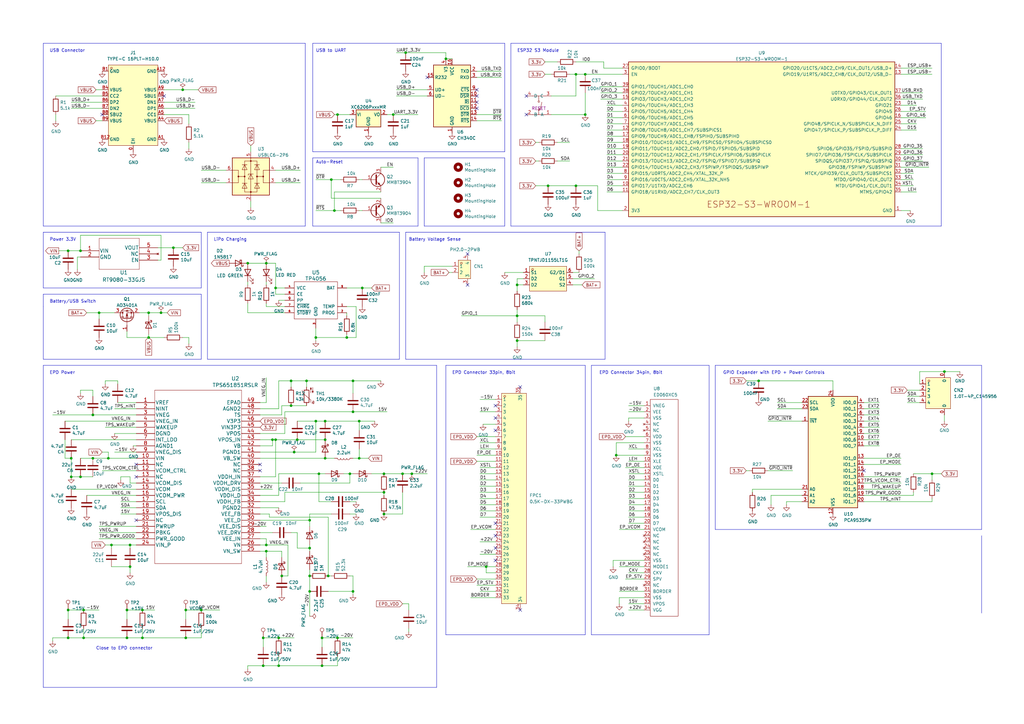
<source format=kicad_sch>
(kicad_sch (version 20231120) (generator "eeschema") (generator_version "8.0")
  (paper "A3")
  (title_block (title "Sverio Paperboard") (date "2024-10-11") (rev "v1.3") (company "Pajenicko s.r.o."))
  (junction (at 33.02 102.87))
  (junction (at 133.35 180.34))
  (junction (at 252.73 186.69))
  (junction (at 199.39 232.41))
  (junction (at 71.12 101.6))
  (junction (at 236.22 76.2))
  (junction (at 168.91 194.31))
  (junction (at 132.08 261.62))
  (junction (at 129.54 138.43))
  (junction (at 240.03 46.99))
  (junction (at 109.22 107.95))
  (junction (at 224.79 76.2))
  (junction (at 115.57 236.22))
  (junction (at 182.88 24.13))
  (junction (at 125.73 156.21))
  (junction (at 58.42 261.62))
  (junction (at 109.22 226.06))
  (junction (at 45.72 223.52))
  (junction (at 157.48 194.31))
  (junction (at 382.27 194.31))
  (junction (at 38.1 170.18))
  (junction (at 142.24 138.43))
  (junction (at 138.43 261.62))
  (junction (at 76.2 250.19))
  (junction (at 212.09 139.7))
  (junction (at 134.62 236.22))
  (junction (at 147.32 187.96))
  (junction (at 157.48 201.93))
  (junction (at 27.94 250.19))
  (junction (at 27.94 102.87))
  (junction (at 58.42 250.19))
  (junction (at 38.1 187.96))
  (junction (at 236.22 30.48))
  (junction (at 33.02 195.58))
  (junction (at 127 242.57))
  (junction (at 147.32 172.72))
  (junction (at 143.51 194.31))
  (junction (at 165.1 194.31))
  (junction (at 40.64 128.27))
  (junction (at 34.29 261.62))
  (junction (at 137.16 86.36))
  (junction (at 127 213.36))
  (junction (at 119.38 156.21))
  (junction (at 144.78 156.21))
  (junction (at 74.93 36.83))
  (junction (at 138.43 46.99))
  (junction (at 120.65 185.42))
  (junction (at 148.59 118.11))
  (junction (at 240.03 30.48))
  (junction (at 132.08 273.05))
  (junction (at 82.55 250.19))
  (junction (at 135.89 73.66))
  (junction (at 311.15 156.21))
  (junction (at 129.54 172.72))
  (junction (at 127 224.79))
  (junction (at 133.35 172.72))
  (junction (at 27.94 261.62))
  (junction (at 53.34 232.41))
  (junction (at 111.76 180.34))
  (junction (at 114.3 273.05))
  (junction (at 127 236.22))
  (junction (at 161.29 46.99))
  (junction (at 107.95 261.62))
  (junction (at 52.07 261.62))
  (junction (at 53.34 223.52))
  (junction (at 212.09 129.54))
  (junction (at 212.09 116.84))
  (junction (at 66.04 128.27))
  (junction (at 144.78 242.57))
  (junction (at 60.96 138.43))
  (junction (at 114.3 261.62))
  (junction (at 157.48 210.82))
  (junction (at 133.35 187.96))
  (junction (at 144.78 168.91))
  (junction (at 107.95 273.05))
  (junction (at 109.22 223.52))
  (junction (at 387.35 152.4))
  (junction (at 76.2 261.62))
  (junction (at 44.45 187.96))
  (junction (at 29.21 195.58))
  (junction (at 29.21 187.96))
  (junction (at 52.07 250.19))
  (junction (at 119.38 166.37))
  (junction (at 101.6 107.95))
  (junction (at 60.96 128.27))
  (junction (at 113.03 180.34))
  (junction (at 121.92 180.34))
  (junction (at 34.29 250.19))
  (junction (at 130.81 194.31))
  (junction (at 166.37 21.59))
  (junction (at 113.03 118.11))
  (no_connect (at 203.2 229.87))
  (no_connect (at 106.68 190.5))
  (no_connect (at 203.2 219.71))
  (no_connect (at 41.91 46.99))
  (no_connect (at 195.58 39.37))
  (no_connect (at 55.88 190.5))
  (no_connect (at 55.88 195.58))
  (no_connect (at 106.68 193.04))
  (no_connect (at 215.9 46.99))
  (no_connect (at 55.88 213.36))
  (no_connect (at 203.2 166.37))
  (no_connect (at 191.77 116.84))
  (no_connect (at 191.77 104.14))
  (no_connect (at 195.58 44.45))
  (no_connect (at 213.36 158.75))
  (no_connect (at 195.58 36.83))
  (no_connect (at 203.2 214.63))
  (no_connect (at 175.26 31.75))
  (no_connect (at 203.2 171.45))
  (no_connect (at 67.31 39.37))
  (no_connect (at 203.2 224.79))
  (no_connect (at 195.58 41.91))
  (no_connect (at 215.9 39.37))
  (no_connect (at 213.36 250.19))
  (no_connect (at 203.2 176.53))
  (no_connect (at 354.33 193.04))
  (wire (pts (xy 240.03 38.1) (xy 240.03 46.99)))
  (wire (pts (xy 369.57 27.94) (xy 382.27 27.94)))
  (wire (pts (xy 328.93 205.74) (xy 322.58 205.74)))
  (wire (pts (xy 372.11 162.56) (xy 377.19 162.56)))
  (wire (pts (xy 228.6 66.04) (xy 233.68 66.04)))
  (wire (pts (xy 55.88 182.88) (xy 54.61 182.88)))
  (wire (pts (xy 140.97 194.31) (xy 143.51 194.31)))
  (wire (pts (xy 147.32 184.15) (xy 147.32 187.96)))
  (wire (pts (xy 144.78 261.62) (xy 138.43 261.62)))
  (polyline (pts (xy 17.78 92.71) (xy 125.222 92.71)))
  (wire (pts (xy 257.81 209.55) (xy 264.16 209.55)))
  (wire (pts (xy 102.87 62.23) (xy 102.87 59.69)))
  (wire (pts (xy 316.23 203.2) (xy 316.23 207.01)))
  (wire (pts (xy 195.58 237.49) (xy 203.2 237.49)))
  (wire (pts (xy 129.54 138.43) (xy 142.24 138.43)))
  (wire (pts (xy 45.72 223.52) (xy 45.72 224.79)))
  (wire (pts (xy 247.65 27.94) (xy 247.65 25.4)))
  (wire (pts (xy 114.3 203.2) (xy 106.68 203.2)))
  (wire (pts (xy 226.06 46.99) (xy 240.03 46.99)))
  (wire (pts (xy 248.92 58.42) (xy 255.27 58.42)))
  (wire (pts (xy 354.33 167.64) (xy 360.68 167.64)))
  (wire (pts (xy 41.91 39.37) (xy 22.86 39.37)))
  (wire (pts (xy 55.88 170.18) (xy 38.1 170.18)))
  (wire (pts (xy 109.22 226.06) (xy 109.22 228.6)))
  (wire (pts (xy 52.07 261.62) (xy 34.29 261.62)))
  (wire (pts (xy 55.88 208.28) (xy 49.53 208.28)))
  (wire (pts (xy 375.92 53.34) (xy 369.57 53.34)))
  (wire (pts (xy 127 242.57) (xy 127 252.73)))
  (polyline (pts (xy 293.37 149.86) (xy 402.59 149.86)))
  (wire (pts (xy 101.6 115.57) (xy 101.6 116.84)))
  (wire (pts (xy 77.47 46.99) (xy 77.47 50.8)))
  (wire (pts (xy 245.11 76.2) (xy 245.11 86.36)))
  (wire (pts (xy 212.09 116.84) (xy 212.09 119.38)))
  (polyline (pts (xy 207.01 62.23) (xy 207.01 17.78)))
  (wire (pts (xy 144.78 242.57) (xy 144.78 243.84)))
  (polyline (pts (xy 17.78 125.73) (xy 17.78 147.32)))
  (wire (pts (xy 196.85 242.57) (xy 203.2 242.57)))
  (polyline (pts (xy 17.78 92.71) (xy 17.78 17.78)))
  (wire (pts (xy 123.19 69.85) (xy 113.03 69.85)))
  (wire (pts (xy 109.22 165.1) (xy 106.68 165.1)))
  (wire (pts (xy 41.91 185.42) (xy 44.45 185.42)))
  (wire (pts (xy 254 217.17) (xy 264.16 217.17)))
  (wire (pts (xy 193.04 245.11) (xy 203.2 245.11)))
  (wire (pts (xy 248.92 76.2) (xy 255.27 76.2)))
  (wire (pts (xy 236.22 76.2) (xy 224.79 76.2)))
  (wire (pts (xy 257.81 214.63) (xy 264.16 214.63)))
  (wire (pts (xy 106.68 187.96) (xy 133.35 187.96)))
  (wire (pts (xy 34.29 250.19) (xy 40.64 250.19)))
  (wire (pts (xy 58.42 257.81) (xy 58.42 261.62)))
  (wire (pts (xy 162.56 39.37) (xy 175.26 39.37)))
  (wire (pts (xy 52.07 254) (xy 52.07 250.19)))
  (wire (pts (xy 77.47 138.43) (xy 77.47 140.97)))
  (wire (pts (xy 115.57 236.22) (xy 118.11 236.22)))
  (wire (pts (xy 256.54 179.07) (xy 264.16 179.07)))
  (wire (pts (xy 193.04 217.17) (xy 203.2 217.17)))
  (wire (pts (xy 35.56 203.2) (xy 55.88 203.2)))
  (wire (pts (xy 127 224.79) (xy 127 226.06)))
  (wire (pts (xy 182.88 21.59) (xy 182.88 24.13)))
  (wire (pts (xy 33.02 105.41) (xy 31.75 105.41)))
  (wire (pts (xy 248.92 68.58) (xy 255.27 68.58)))
  (wire (pts (xy 31.75 105.41) (xy 31.75 110.49)))
  (wire (pts (xy 116.84 168.91) (xy 144.78 168.91)))
  (wire (pts (xy 109.22 125.73) (xy 116.84 125.73)))
  (wire (pts (xy 29.21 180.34) (xy 55.88 180.34)))
  (wire (pts (xy 38.1 187.96) (xy 33.02 187.96)))
  (wire (pts (xy 264.16 171.45) (xy 257.81 171.45)))
  (wire (pts (xy 147.32 176.53) (xy 147.32 172.72)))
  (wire (pts (xy 248.92 48.26) (xy 255.27 48.26)))
  (wire (pts (xy 354.33 203.2) (xy 374.65 203.2)))
  (wire (pts (xy 110.49 210.82) (xy 106.68 210.82)))
  (wire (pts (xy 106.68 198.12) (xy 115.57 198.12)))
  (wire (pts (xy 162.56 36.83) (xy 175.26 36.83)))
  (wire (pts (xy 134.62 212.09) (xy 110.49 212.09)))
  (wire (pts (xy 378.46 40.64) (xy 369.57 40.64)))
  (wire (pts (xy 195.58 186.69) (xy 203.2 186.69)))
  (wire (pts (xy 106.68 182.88) (xy 111.76 182.88)))
  (wire (pts (xy 143.51 194.31) (xy 144.78 194.31)))
  (wire (pts (xy 147.32 187.96) (xy 151.13 187.96)))
  (wire (pts (xy 44.45 185.42) (xy 44.45 187.96)))
  (wire (pts (xy 196.85 191.77) (xy 203.2 191.77)))
  (wire (pts (xy 139.7 73.66) (xy 135.89 73.66)))
  (wire (pts (xy 48.26 156.21) (xy 43.18 156.21)))
  (polyline (pts (xy 166.37 95.25) (xy 248.158 95.25)))
  (wire (pts (xy 184.15 111.76) (xy 185.42 111.76)))
  (wire (pts (xy 161.29 68.58) (xy 156.21 68.58)))
  (wire (pts (xy 120.65 185.42) (xy 129.54 185.42)))
  (wire (pts (xy 101.6 107.95) (xy 109.22 107.95)))
  (wire (pts (xy 354.33 175.26) (xy 360.68 175.26)))
  (wire (pts (xy 106.68 177.8) (xy 116.84 177.8)))
  (wire (pts (xy 195.58 189.23) (xy 203.2 189.23)))
  (wire (pts (xy 101.6 128.27) (xy 116.84 128.27)))
  (wire (pts (xy 158.75 46.99) (xy 161.29 46.99)))
  (wire (pts (xy 219.71 66.04) (xy 220.98 66.04)))
  (wire (pts (xy 205.74 46.99) (xy 195.58 46.99)))
  (wire (pts (xy 256.54 237.49) (xy 264.16 237.49)))
  (wire (pts (xy 132.08 273.05) (xy 138.43 273.05)))
  (wire (pts (xy 354.33 177.8) (xy 360.68 177.8)))
  (wire (pts (xy 33.02 160.02) (xy 33.02 161.29)))
  (wire (pts (xy 382.27 205.74) (xy 382.27 204.47)))
  (wire (pts (xy 90.17 250.19) (xy 82.55 250.19)))
  (wire (pts (xy 114.3 269.24) (xy 114.3 273.05)))
  (wire (pts (xy 49.53 195.58) (xy 49.53 196.85)))
  (wire (pts (xy 369.57 38.1) (xy 378.46 38.1)))
  (wire (pts (xy 114.3 194.31) (xy 114.3 203.2)))
  (wire (pts (xy 306.07 156.21) (xy 311.15 156.21)))
  (wire (pts (xy 233.68 30.48) (xy 236.22 30.48)))
  (wire (pts (xy 382.27 194.31) (xy 382.27 196.85)))
  (wire (pts (xy 60.96 128.27) (xy 66.04 128.27)))
  (wire (pts (xy 257.81 234.95) (xy 264.16 234.95)))
  (polyline (pts (xy 166.37 95.25) (xy 166.37 147.32)))
  (wire (pts (xy 82.55 69.85) (xy 92.71 69.85)))
  (wire (pts (xy 45.72 223.52) (xy 53.34 223.52)))
  (wire (pts (xy 167.64 247.65) (xy 167.64 250.19)))
  (polyline (pts (xy 173.99 64.77) (xy 207.01 64.77)))
  (wire (pts (xy 82.55 257.81) (xy 82.55 261.62)))
  (polyline (pts (xy 163.83 95.25) (xy 163.83 147.32)))
  (wire (pts (xy 252.73 181.61) (xy 264.16 181.61)))
  (wire (pts (xy 248.92 50.8) (xy 255.27 50.8)))
  (wire (pts (xy 82.55 261.62) (xy 76.2 261.62)))
  (wire (pts (xy 133.35 172.72) (xy 147.32 172.72)))
  (wire (pts (xy 27.94 250.19) (xy 34.29 250.19)))
  (wire (pts (xy 167.64 259.08) (xy 167.64 257.81)))
  (wire (pts (xy 109.22 220.98) (xy 106.68 220.98)))
  (wire (pts (xy 109.22 165.1) (xy 109.22 154.94)))
  (wire (pts (xy 257.81 196.85) (xy 264.16 196.85)))
  (wire (pts (xy 113.03 180.34) (xy 121.92 180.34)))
  (polyline (pts (xy 240.03 149.86) (xy 240.03 260.35)))
  (wire (pts (xy 142.24 137.16) (xy 142.24 138.43)))
  (polyline (pts (xy 209.55 92.71) (xy 386.08 92.71)))
  (wire (pts (xy 35.56 128.27) (xy 40.64 128.27)))
  (wire (pts (xy 127 233.68) (xy 127 236.22)))
  (wire (pts (xy 38.1 187.96) (xy 44.45 187.96)))
  (wire (pts (xy 113.03 107.95) (xy 113.03 118.11)))
  (wire (pts (xy 115.57 170.18) (xy 115.57 166.37)))
  (wire (pts (xy 40.64 128.27) (xy 40.64 130.81)))
  (wire (pts (xy 314.96 193.04) (xy 325.12 193.04)))
  (polyline (pts (xy 173.99 64.77) (xy 173.99 92.71)))
  (wire (pts (xy 226.06 39.37) (xy 236.22 39.37)))
  (wire (pts (xy 115.57 226.06) (xy 115.57 228.6)))
  (polyline (pts (xy 17.78 118.11) (xy 82.55 118.11)))
  (wire (pts (xy 257.81 204.47) (xy 264.16 204.47)))
  (polyline (pts (xy 17.78 17.78) (xy 125.222 17.78)))
  (polyline (pts (xy 386.08 92.71) (xy 386.08 17.78)))
  (wire (pts (xy 387.35 170.18) (xy 387.35 172.72)))
  (wire (pts (xy 114.3 156.21) (xy 119.38 156.21)))
  (wire (pts (xy 148.59 73.66) (xy 147.32 73.66)))
  (wire (pts (xy 369.57 63.5) (xy 378.46 63.5)))
  (wire (pts (xy 165.1 210.82) (xy 165.1 201.93)))
  (wire (pts (xy 382.27 194.31) (xy 386.08 194.31)))
  (wire (pts (xy 107.95 265.43) (xy 107.95 261.62)))
  (wire (pts (xy 53.34 195.58) (xy 49.53 195.58)))
  (wire (pts (xy 318.77 165.1) (xy 328.93 165.1)))
  (wire (pts (xy 52.07 138.43) (xy 60.96 138.43)))
  (wire (pts (xy 228.6 58.42) (xy 233.68 58.42)))
  (wire (pts (xy 66.04 106.68) (xy 66.04 96.52)))
  (wire (pts (xy 240.03 30.48) (xy 255.27 30.48)))
  (wire (pts (xy 46.99 167.64) (xy 55.88 167.64)))
  (wire (pts (xy 264.16 166.37) (xy 257.81 166.37)))
  (wire (pts (xy 156.21 81.28) (xy 135.89 81.28)))
  (wire (pts (xy 114.3 261.62) (xy 120.65 261.62)))
  (wire (pts (xy 196.85 194.31) (xy 203.2 194.31)))
  (wire (pts (xy 248.92 78.74) (xy 255.27 78.74)))
  (wire (pts (xy 372.11 160.02) (xy 377.19 160.02)))
  (wire (pts (xy 369.57 30.48) (xy 382.27 30.48)))
  (wire (pts (xy 369.57 71.12) (xy 374.65 71.12)))
  (wire (pts (xy 148.59 118.11) (xy 152.4 118.11)))
  (wire (pts (xy 38.1 162.56) (xy 38.1 160.02)))
  (wire (pts (xy 119.38 218.44) (xy 121.92 218.44)))
  (wire (pts (xy 106.68 215.9) (xy 109.22 215.9)))
  (wire (pts (xy 26.67 172.72) (xy 55.88 172.72)))
  (polyline (pts (xy 240.03 260.35) (xy 182.88 260.35)))
  (wire (pts (xy 114.3 208.28) (xy 106.68 208.28)))
  (wire (pts (xy 248.92 73.66) (xy 255.27 73.66)))
  (wire (pts (xy 66.04 96.52) (xy 33.02 96.52)))
  (wire (pts (xy 111.76 218.44) (xy 106.68 218.44)))
  (wire (pts (xy 264.16 245.11) (xy 254 245.11)))
  (wire (pts (xy 252.73 186.69) (xy 264.16 186.69)))
  (polyline (pts (xy 128.27 17.78) (xy 207.01 17.78)))
  (wire (pts (xy 34.29 257.81) (xy 34.29 261.62)))
  (wire (pts (xy 148.59 86.36) (xy 147.32 86.36)))
  (wire (pts (xy 369.57 66.04) (xy 378.46 66.04)))
  (wire (pts (xy 77.47 58.42) (xy 77.47 60.96)))
  (polyline (pts (xy 17.78 281.94) (xy 179.07 281.94)))
  (wire (pts (xy 38.1 195.58) (xy 33.02 195.58)))
  (polyline (pts (xy 182.88 149.86) (xy 182.88 260.35)))
  (wire (pts (xy 234.95 111.76) (xy 237.49 111.76)))
  (wire (pts (xy 39.37 49.53) (xy 41.91 49.53)))
  (wire (pts (xy 21.59 170.18) (xy 38.1 170.18)))
  (wire (pts (xy 157.48 210.82) (xy 165.1 210.82)))
  (wire (pts (xy 125.73 156.21) (xy 144.78 156.21)))
  (wire (pts (xy 21.59 261.62) (xy 21.59 262.89)))
  (wire (pts (xy 33.02 195.58) (xy 29.21 195.58)))
  (wire (pts (xy 354.33 198.12) (xy 369.57 198.12)))
  (wire (pts (xy 308.61 201.93) (xy 308.61 200.66)))
  (polyline (pts (xy 163.83 147.32) (xy 85.09 147.32)))
  (wire (pts (xy 123.19 74.93) (xy 113.03 74.93)))
  (wire (pts (xy 64.77 106.68) (xy 66.04 106.68)))
  (wire (pts (xy 134.62 236.22) (xy 135.89 236.22)))
  (wire (pts (xy 60.96 137.16) (xy 60.96 138.43)))
  (wire (pts (xy 74.93 138.43) (xy 77.47 138.43)))
  (wire (pts (xy 109.22 124.46) (xy 109.22 125.73)))
  (polyline (pts (xy 209.55 17.78) (xy 386.08 17.78)))
  (wire (pts (xy 127 236.22) (xy 127 242.57)))
  (wire (pts (xy 212.09 116.84) (xy 214.63 116.84)))
  (wire (pts (xy 55.88 177.8) (xy 46.99 177.8)))
  (wire (pts (xy 257.81 194.31) (xy 264.16 194.31)))
  (wire (pts (xy 40.64 215.9) (xy 55.88 215.9)))
  (wire (pts (xy 144.78 156.21) (xy 156.21 156.21)))
  (polyline (pts (xy 207.01 92.71) (xy 173.99 92.71)))
  (wire (pts (xy 106.68 180.34) (xy 111.76 180.34)))
  (wire (pts (xy 207.01 111.76) (xy 214.63 111.76)))
  (wire (pts (xy 223.52 129.54) (xy 223.52 132.08)))
  (wire (pts (xy 101.6 273.05) (xy 101.6 274.32)))
  (polyline (pts (xy 17.78 149.86) (xy 179.07 149.86)))
  (wire (pts (xy 369.57 76.2) (xy 374.65 76.2)))
  (wire (pts (xy 196.85 204.47) (xy 203.2 204.47)))
  (wire (pts (xy 257.81 201.93) (xy 264.16 201.93)))
  (polyline (pts (xy 125.222 17.78) (xy 125.222 92.71)))
  (wire (pts (xy 248.92 66.04) (xy 255.27 66.04)))
  (wire (pts (xy 203.2 163.83) (xy 196.85 163.83)))
  (wire (pts (xy 308.61 200.66) (xy 328.93 200.66)))
  (wire (pts (xy 40.64 128.27) (xy 46.99 128.27)))
  (wire (pts (xy 137.16 86.36) (xy 139.7 86.36)))
  (wire (pts (xy 328.93 203.2) (xy 316.23 203.2)))
  (wire (pts (xy 27.94 261.62) (xy 21.59 261.62)))
  (wire (pts (xy 144.78 187.96) (xy 147.32 187.96)))
  (wire (pts (xy 127 213.36) (xy 127 210.82)))
  (wire (pts (xy 369.57 45.72) (xy 379.73 45.72)))
  (wire (pts (xy 26.67 187.96) (xy 29.21 187.96)))
  (wire (pts (xy 109.22 226.06) (xy 115.57 226.06)))
  (wire (pts (xy 132.08 261.62) (xy 138.43 261.62)))
  (wire (pts (xy 40.64 218.44) (xy 55.88 218.44)))
  (wire (pts (xy 135.89 73.66) (xy 129.54 73.66)))
  (wire (pts (xy 157.48 201.93) (xy 157.48 203.2)))
  (wire (pts (xy 248.92 53.34) (xy 255.27 53.34)))
  (wire (pts (xy 106.68 205.74) (xy 116.84 205.74)))
  (wire (pts (xy 41.91 41.91) (xy 29.21 41.91)))
  (wire (pts (xy 129.54 172.72) (xy 133.35 172.72)))
  (wire (pts (xy 116.84 205.74) (xy 116.84 201.93)))
  (wire (pts (xy 199.39 232.41) (xy 203.2 232.41)))
  (polyline (pts (xy 17.78 149.86) (xy 17.78 281.94)))
  (wire (pts (xy 306.07 193.04) (xy 307.34 193.04)))
  (wire (pts (xy 118.11 236.22) (xy 118.11 223.52)))
  (wire (pts (xy 27.94 102.87) (xy 33.02 102.87)))
  (wire (pts (xy 110.49 212.09) (xy 110.49 210.82)))
  (wire (pts (xy 237.49 102.87) (xy 237.49 104.14)))
  (wire (pts (xy 264.16 229.87) (xy 251.46 229.87)))
  (wire (pts (xy 246.38 38.1) (xy 255.27 38.1)))
  (wire (pts (xy 257.81 171.45) (xy 257.81 172.72)))
  (wire (pts (xy 165.1 194.31) (xy 168.91 194.31)))
  (polyline (pts (xy 207.01 64.77) (xy 207.01 92.71)))
  (wire (pts (xy 257.81 250.19) (xy 264.16 250.19)))
  (wire (pts (xy 369.57 48.26) (xy 379.73 48.26)))
  (polyline (pts (xy 179.07 281.94) (xy 179.07 149.86)))
  (wire (pts (xy 157.48 194.31) (xy 165.1 194.31)))
  (wire (pts (xy 138.43 273.05) (xy 138.43 269.24)))
  (wire (pts (xy 257.81 212.09) (xy 264.16 212.09)))
  (wire (pts (xy 55.88 193.04) (xy 41.91 193.04)))
  (wire (pts (xy 109.22 115.57) (xy 109.22 116.84)))
  (polyline (pts (xy 290.83 149.86) (xy 290.83 260.35)))
  (polyline (pts (xy 171.45 64.77) (xy 128.27 64.77)))
  (polyline (pts (xy 402.59 219.71) (xy 402.59 251.46)))
  (polyline (pts (xy 209.55 17.78) (xy 209.55 92.71)))
  (wire (pts (xy 101.6 124.46) (xy 101.6 128.27)))
  (wire (pts (xy 189.23 129.54) (xy 212.09 129.54)))
  (wire (pts (xy 212.09 139.7) (xy 212.09 142.24)))
  (wire (pts (xy 43.18 156.21) (xy 43.18 157.48)))
  (wire (pts (xy 143.51 198.12) (xy 143.51 194.31)))
  (wire (pts (xy 173.99 109.22) (xy 173.99 111.76)))
  (wire (pts (xy 71.12 101.6) (xy 74.93 101.6)))
  (wire (pts (xy 114.3 194.31) (xy 130.81 194.31)))
  (polyline (pts (xy 85.09 95.25) (xy 163.83 95.25)))
  (wire (pts (xy 255.27 27.94) (xy 247.65 27.94)))
  (wire (pts (xy 125.73 158.75) (xy 125.73 156.21)))
  (wire (pts (xy 129.54 185.42) (xy 129.54 172.72)))
  (polyline (pts (xy 402.59 149.86) (xy 402.59 217.17)))
  (polyline (pts (xy 82.55 120.65) (xy 17.78 120.65)))
  (wire (pts (xy 116.84 168.91) (xy 116.84 177.8)))
  (wire (pts (xy 109.22 238.76) (xy 109.22 236.22)))
  (wire (pts (xy 257.81 207.01) (xy 264.16 207.01)))
  (wire (pts (xy 52.07 250.19) (xy 58.42 250.19)))
  (wire (pts (xy 199.39 234.95) (xy 199.39 232.41)))
  (wire (pts (xy 196.85 222.25) (xy 203.2 222.25)))
  (wire (pts (xy 44.45 187.96) (xy 55.88 187.96)))
  (wire (pts (xy 119.38 156.21) (xy 125.73 156.21)))
  (polyline (pts (xy 128.27 17.78) (xy 128.27 62.23)))
  (wire (pts (xy 127 213.36) (xy 127 215.9)))
  (wire (pts (xy 374.65 194.31) (xy 382.27 194.31)))
  (wire (pts (xy 106.68 213.36) (xy 127 213.36)))
  (wire (pts (xy 234.95 116.84) (xy 238.76 116.84)))
  (wire (pts (xy 254 242.57) (xy 264.16 242.57)))
  (wire (pts (xy 354.33 190.5) (xy 369.57 190.5)))
  (wire (pts (xy 223.52 30.48) (xy 226.06 30.48)))
  (wire (pts (xy 223.52 139.7) (xy 212.09 139.7)))
  (wire (pts (xy 143.51 210.82) (xy 146.05 210.82)))
  (wire (pts (xy 354.33 170.18) (xy 360.68 170.18)))
  (wire (pts (xy 248.92 43.18) (xy 255.27 43.18)))
  (wire (pts (xy 55.88 175.26) (xy 43.18 175.26)))
  (wire (pts (xy 198.12 173.99) (xy 203.2 173.99)))
  (wire (pts (xy 127 223.52) (xy 127 224.79)))
  (wire (pts (xy 369.57 195.58) (xy 354.33 195.58)))
  (wire (pts (xy 113.03 195.58) (xy 106.68 195.58)))
  (wire (pts (xy 212.09 129.54) (xy 212.09 127)))
  (wire (pts (xy 76.2 261.62) (xy 58.42 261.62)))
  (wire (pts (xy 256.54 191.77) (xy 264.16 191.77)))
  (wire (pts (xy 168.91 194.31) (xy 175.26 194.31)))
  (wire (pts (xy 107.95 261.62) (xy 114.3 261.62)))
  (wire (pts (xy 314.96 172.72) (xy 328.93 172.72)))
  (wire (pts (xy 111.76 180.34) (xy 113.03 180.34)))
  (wire (pts (xy 102.87 82.55) (xy 102.87 85.09)))
  (wire (pts (xy 116.84 201.93) (xy 157.48 201.93)))
  (wire (pts (xy 257.81 168.91) (xy 264.16 168.91)))
  (wire (pts (xy 152.4 194.31) (xy 157.48 194.31)))
  (wire (pts (xy 196.85 184.15) (xy 203.2 184.15)))
  (wire (pts (xy 387.35 152.4) (xy 393.7 152.4)))
  (wire (pts (xy 354.33 180.34) (xy 360.68 180.34)))
  (wire (pts (xy 182.88 24.13) (xy 185.42 24.13)))
  (wire (pts (xy 49.53 205.74) (xy 55.88 205.74)))
  (wire (pts (xy 377.19 152.4) (xy 387.35 152.4)))
  (wire (pts (xy 195.58 179.07) (xy 203.2 179.07)))
  (wire (pts (xy 143.51 205.74) (xy 146.05 205.74)))
  (wire (pts (xy 372.11 165.1) (xy 377.19 165.1)))
  (wire (pts (xy 121.92 224.79) (xy 127 224.79)))
  (wire (pts (xy 29.21 195.58) (xy 29.21 187.96)))
  (wire (pts (xy 257.81 247.65) (xy 264.16 247.65)))
  (wire (pts (xy 119.38 166.37) (xy 125.73 166.37)))
  (wire (pts (xy 219.71 58.42) (xy 220.98 58.42)))
  (wire (pts (xy 236.22 30.48) (xy 240.03 30.48)))
  (wire (pts (xy 236.22 76.2) (xy 245.11 76.2)))
  (wire (pts (xy 137.16 46.99) (xy 138.43 46.99)))
  (wire (pts (xy 26.67 180.34) (xy 26.67 187.96)))
  (wire (pts (xy 212.09 129.54) (xy 223.52 129.54)))
  (wire (pts (xy 134.62 236.22) (xy 134.62 212.09)))
  (wire (pts (xy 53.34 234.95) (xy 53.34 232.41)))
  (wire (pts (xy 74.93 36.83) (xy 81.28 36.83)))
  (wire (pts (xy 41.91 44.45) (xy 29.21 44.45)))
  (wire (pts (xy 173.99 109.22) (xy 185.42 109.22)))
  (wire (pts (xy 66.04 128.27) (xy 68.58 128.27)))
  (wire (pts (xy 67.31 36.83) (xy 74.93 36.83)))
  (polyline (pts (xy 166.37 147.32) (xy 248.158 147.32)))
  (wire (pts (xy 257.81 189.23) (xy 264.16 189.23)))
  (wire (pts (xy 67.31 44.45) (xy 80.01 44.45)))
  (wire (pts (xy 121.92 180.34) (xy 133.35 180.34)))
  (wire (pts (xy 196.85 201.93) (xy 203.2 201.93)))
  (wire (pts (xy 257.81 199.39) (xy 264.16 199.39)))
  (wire (pts (xy 113.03 120.65) (xy 116.84 120.65)))
  (wire (pts (xy 109.22 223.52) (xy 109.22 220.98)))
  (wire (pts (xy 234.95 114.3) (xy 243.84 114.3)))
  (wire (pts (xy 196.85 199.39) (xy 203.2 199.39)))
  (wire (pts (xy 135.89 81.28) (xy 135.89 73.66)))
  (wire (pts (xy 196.85 212.09) (xy 203.2 212.09)))
  (polyline (pts (xy 242.57 149.86) (xy 242.57 260.35)))
  (wire (pts (xy 33.02 96.52) (xy 33.02 102.87)))
  (wire (pts (xy 318.77 167.64) (xy 328.93 167.64)))
  (wire (pts (xy 67.31 41.91) (xy 80.01 41.91)))
  (wire (pts (xy 64.77 101.6) (xy 71.12 101.6)))
  (wire (pts (xy 113.03 118.11) (xy 116.84 118.11)))
  (wire (pts (xy 246.38 40.64) (xy 255.27 40.64)))
  (wire (pts (xy 375.92 50.8) (xy 369.57 50.8)))
  (wire (pts (xy 224.79 76.2) (xy 219.71 76.2)))
  (wire (pts (xy 55.88 165.1) (xy 48.26 165.1)))
  (wire (pts (xy 130.81 205.74) (xy 135.89 205.74)))
  (wire (pts (xy 119.38 158.75) (xy 119.38 156.21)))
  (wire (pts (xy 147.32 172.72) (xy 153.67 172.72)))
  (wire (pts (xy 109.22 223.52) (xy 106.68 223.52)))
  (wire (pts (xy 223.52 25.4) (xy 228.6 25.4)))
  (wire (pts (xy 195.58 240.03) (xy 203.2 240.03)))
  (polyline (pts (xy 128.27 62.23) (xy 207.01 62.23)))
  (polyline (pts (xy 242.57 149.86) (xy 290.83 149.86)))
  (wire (pts (xy 57.15 128.27) (xy 60.96 128.27)))
  (polyline (pts (xy 248.158 147.32) (xy 248.158 95.25)))
  (wire (pts (xy 203.2 234.95) (xy 199.39 234.95)))
  (polyline (pts (xy 17.78 147.32) (xy 82.55 147.32)))
  (wire (pts (xy 127 210.82) (xy 135.89 210.82)))
  (wire (pts (xy 129.54 172.72) (xy 121.92 172.72)))
  (wire (pts (xy 195.58 49.53) (xy 205.74 49.53)))
  (wire (pts (xy 191.77 232.41) (xy 199.39 232.41)))
  (wire (pts (xy 53.34 223.52) (xy 53.34 224.79)))
  (wire (pts (xy 196.85 181.61) (xy 203.2 181.61)))
  (wire (pts (xy 212.09 114.3) (xy 212.09 116.84)))
  (wire (pts (xy 369.57 68.58) (xy 381 68.58)))
  (wire (pts (xy 29.21 200.66) (xy 55.88 200.66)))
  (wire (pts (xy 24.13 102.87) (xy 27.94 102.87)))
  (wire (pts (xy 369.57 86.36) (xy 373.38 86.36)))
  (wire (pts (xy 142.24 138.43) (xy 146.05 138.43)))
  (polyline (pts (xy 128.27 92.71) (xy 171.45 92.71)))
  (wire (pts (xy 114.3 123.19) (xy 116.84 123.19)))
  (wire (pts (xy 114.3 273.05) (xy 132.08 273.05)))
  (wire (pts (xy 27.94 254) (xy 27.94 250.19)))
  (wire (pts (xy 248.92 71.12) (xy 255.27 71.12)))
  (wire (pts (xy 58.42 250.19) (xy 63.5 250.19)))
  (wire (pts (xy 130.81 194.31) (xy 133.35 194.31)))
  (wire (pts (xy 60.96 128.27) (xy 60.96 129.54)))
  (wire (pts (xy 43.18 223.52) (xy 45.72 223.52)))
  (wire (pts (xy 251.46 229.87) (xy 251.46 232.41)))
  (wire (pts (xy 137.16 78.74) (xy 137.16 86.36)))
  (wire (pts (xy 107.95 273.05) (xy 101.6 273.05)))
  (wire (pts (xy 55.88 210.82) (xy 49.53 210.82)))
  (wire (pts (xy 196.85 209.55) (xy 203.2 209.55)))
  (wire (pts (xy 311.15 156.21) (xy 341.63 156.21)))
  (wire (pts (xy 48.26 157.48) (xy 48.26 156.21)))
  (wire (pts (xy 67.31 138.43) (xy 60.96 138.43)))
  (wire (pts (xy 341.63 156.21) (xy 341.63 160.02)))
  (wire (pts (xy 40.64 220.98) (xy 55.88 220.98)))
  (wire (pts (xy 165.1 247.65) (xy 167.64 247.65)))
  (polyline (pts (xy 182.88 149.86) (xy 240.03 149.86)))
  (wire (pts (xy 106.68 167.64) (xy 114.3 167.64)))
  (polyline (pts (xy 17.78 95.25) (xy 82.55 95.25)))
  (wire (pts (xy 354.33 182.88) (xy 360.68 182.88)))
  (wire (pts (xy 248.92 45.72) (xy 255.27 45.72)))
  (wire (pts (xy 369.57 73.66) (xy 374.65 73.66)))
  (wire (pts (xy 161.29 46.99) (xy 171.45 46.99)))
  (wire (pts (xy 257.81 184.15) (xy 264.16 184.15)))
  (wire (pts (xy 196.85 227.33) (xy 203.2 227.33)))
  (wire (pts (xy 143.51 236.22) (xy 144.78 236.22)))
  (wire (pts (xy 121.92 218.44) (xy 121.92 224.79)))
  (wire (pts (xy 142.24 118.11) (xy 148.59 118.11)))
  (wire (pts (xy 245.11 86.36) (xy 255.27 86.36)))
  (wire (pts (xy 374.65 201.93) (xy 374.65 203.2)))
  (wire (pts (xy 138.43 46.99) (xy 143.51 46.99)))
  (wire (pts (xy 34.29 261.62) (xy 27.94 261.62)))
  (wire (pts (xy 254 232.41) (xy 264.16 232.41)))
  (wire (pts (xy 106.68 170.18) (xy 115.57 170.18)))
  (wire (pts (xy 354.33 205.74) (xy 382.27 205.74)))
  (polyline (pts (xy 85.09 147.32) (xy 85.09 95.25)))
  (wire (pts (xy 162.56 21.59) (xy 166.37 21.59)))
  (wire (pts (xy 118.11 223.52) (xy 109.22 223.52)))
  (wire (pts (xy 236.22 39.37) (xy 236.22 30.48)))
  (polyline (pts (xy 171.45 92.71) (xy 171.45 64.77)))
  (wire (pts (xy 196.85 207.01) (xy 203.2 207.01)))
  (wire (pts (xy 38.1 160.02) (xy 33.02 160.02)))
  (wire (pts (xy 146.05 125.73) (xy 146.05 138.43)))
  (wire (pts (xy 55.88 223.52) (xy 53.34 223.52)))
  (polyline (pts (xy 128.27 64.77) (xy 128.27 92.71)))
  (wire (pts (xy 354.33 165.1) (xy 360.68 165.1)))
  (wire (pts (xy 39.37 36.83) (xy 41.91 36.83)))
  (wire (pts (xy 82.55 74.93) (xy 92.71 74.93)))
  (wire (pts (xy 115.57 166.37) (xy 119.38 166.37)))
  (wire (pts (xy 354.33 172.72) (xy 360.68 172.72)))
  (polyline (pts (xy 17.78 118.11) (xy 17.78 95.25)))
  (wire (pts (xy 132.08 265.43) (xy 132.08 261.62)))
  (wire (pts (xy 195.58 31.75) (xy 205.74 31.75)))
  (polyline (pts (xy 82.55 120.65) (xy 82.55 147.32)))
  (wire (pts (xy 133.35 187.96) (xy 137.16 187.96)))
  (wire (pts (xy 55.88 185.42) (xy 46.99 185.42)))
  (wire (pts (xy 196.85 168.91) (xy 203.2 168.91)))
  (wire (pts (xy 156.21 91.44) (xy 161.29 91.44)))
  (wire (pts (xy 144.78 161.29) (xy 144.78 156.21)))
  (wire (pts (xy 214.63 114.3) (xy 212.09 114.3)))
  (wire (pts (xy 375.92 78.74) (xy 369.57 78.74)))
  (polyline (pts (xy 293.37 149.86) (xy 293.37 217.17)))
  (wire (pts (xy 82.55 250.19) (xy 76.2 250.19)))
  (wire (pts (xy 142.24 128.27) (xy 142.24 129.54)))
  (wire (pts (xy 111.76 200.66) (xy 106.68 200.66)))
  (wire (pts (xy 196.85 196.85) (xy 203.2 196.85)))
  (wire (pts (xy 354.33 187.96) (xy 369.57 187.96)))
  (wire (pts (xy 375.92 43.18) (xy 369.57 43.18)))
  (wire (pts (xy 254 245.11) (xy 254 247.65)))
  (polyline (pts (xy 17.78 120.65) (xy 17.78 125.73)))
  (polyline (pts (xy 290.83 260.35) (xy 242.57 260.35)))
  (wire (pts (xy 129.54 86.36) (xy 137.16 86.36)))
  (wire (pts (xy 129.54 139.7) (xy 129.54 138.43)))
  (wire (pts (xy 22.86 46.99) (xy 22.86 49.53)))
  (polyline (pts (xy 402.59 217.17) (xy 293.37 217.17)))
  (wire (pts (xy 113.03 118.11) (xy 113.03 120.65)))
  (wire (pts (xy 248.92 63.5) (xy 255.27 63.5)))
  (wire (pts (xy 130.81 194.31) (xy 130.81 205.74)))
  (wire (pts (xy 52.07 135.89) (xy 52.07 138.43)))
  (wire (pts (xy 111.76 182.88) (xy 111.76 180.34)))
  (wire (pts (xy 55.88 198.12) (xy 53.34 198.12)))
  (wire (pts (xy 53.34 198.12) (xy 53.34 195.58)))
  (wire (pts (xy 107.95 273.05) (xy 114.3 273.05)))
  (wire (pts (xy 134.62 242.57) (xy 144.78 242.57)))
  (wire (pts (xy 113.03 180.34) (xy 113.03 195.58)))
  (wire (pts (xy 45.72 232.41) (xy 53.34 232.41)))
  (wire (pts (xy 377.19 157.48) (xy 377.19 152.4)))
  (polyline (pts (xy 82.55 118.11) (xy 82.55 95.25)))
  (wire (pts (xy 195.58 29.21) (xy 205.74 29.21)))
  (wire (pts (xy 166.37 21.59) (xy 182.88 21.59)))
  (wire (pts (xy 123.19 198.12) (xy 143.51 198.12)))
  (wire (pts (xy 67.31 46.99) (xy 77.47 46.99)))
  (wire (pts (xy 247.65 25.4) (xy 236.22 25.4)))
  (wire (pts (xy 156.21 78.74) (xy 137.16 78.74)))
  (wire (pts (xy 322.58 205.74) (xy 322.58 207.01)))
  (wire (pts (xy 106.68 185.42) (xy 120.65 185.42)))
  (wire (pts (xy 246.38 35.56) (xy 255.27 35.56)))
  (wire (pts (xy 144.78 168.91) (xy 158.75 168.91)))
  (wire (pts (xy 144.78 236.22) (xy 144.78 242.57)))
  (wire (pts (xy 354.33 200.66) (xy 369.57 200.66)))
  (wire (pts (xy 106.68 226.06) (xy 109.22 226.06)))
  (wire (pts (xy 129.54 138.43) (xy 129.54 134.62)))
  (wire (pts (xy 114.3 167.64) (xy 114.3 156.21)))
  (wire (pts (xy 142.24 125.73) (xy 146.05 125.73)))
  (wire (pts (xy 248.92 55.88) (xy 255.27 55.88)))
  (wire (pts (xy 369.57 60.96) (xy 378.46 60.96)))
  (wire (pts (xy 212.09 129.54) (xy 212.09 132.08)))
  (wire (pts (xy 76.2 250.19) (xy 76.2 254)))
  (wire (pts (xy 248.92 60.96) (xy 255.27 60.96)))
  (wire (pts (xy 252.73 186.69) (xy 252.73 181.61)))
  (wire (pts (xy 109.22 107.95) (xy 113.03 107.95)))
  (wire (pts (xy 58.42 261.62) (xy 52.07 261.62)))
  (text "Battery Voltage Sense" (at 167.64 99.06 0) (effects (font (size 1.27 1.27)) (justify left bottom)))
  (text "EPD Power" (at 20.32 153.67 0) (effects (font (size 1.27 1.27)) (justify left bottom)))
  (text "GPIO Expander with EPD + Power Controls" (at 296.545 153.67 0) (effects (font (size 1.27 1.27)) (justify left bottom)))
  (text "USB Connector" (at 20.32 21.59 0) (effects (font (size 1.27 1.27)) (justify left bottom)))
  (text "ESP32 S3 Module" (at 212.09 21.59 0) (effects (font (size 1.27 1.27)) (justify left bottom)))
  (text "Power 3.3V" (at 20.32 99.06 0) (effects (font (size 1.27 1.27)) (justify left bottom)))
  (text "Auto-Reset\n" (at 129.54 67.31 0) (effects (font (size 1.27 1.27)) (justify left bottom)))
  (text "Battery/USB Switch" (at 20.32 124.46 0) (effects (font (size 1.27 1.27)) (justify left bottom)))
  (text "USB to UART" (at 129.54 21.59 0) (effects (font (size 1.27 1.27)) (justify left bottom)))
  (text "EPD Connector 34pin, 8bit" (at 245.745 153.67 0) (effects (font (size 1.27 1.27)) (justify left bottom)))
  (text "EPD Connector 33pin, 8bit" (at 185.42 153.67 0) (effects (font (size 1.27 1.27)) (justify left bottom)))
  (text "LiPo Charging" (at 87.63 99.06 0) (effects (font (size 1.27 1.27)) (justify left bottom)))
  (text "Close to EPD connector" (at 39.37 266.7 0) (effects (font (size 1.27 1.27)) (justify left bottom)))
  (label "ESP_USB-" (at 382.27 30.48 180))
  (label "EXT8" (at 360.68 182.88 180))
  (label "D4" (at 196.85 204.47 0))
  (label "LEH" (at 375.92 78.74 180))
  (label "EXT5" (at 360.68 175.26 180))
  (label "TPS_nINT" (at 46.99 167.64 0))
  (label "GPIO_3" (at 246.38 40.64 0))
  (label "15V" (at 257.81 247.65 0))
  (label "D7" (at 196.85 212.09 0))
  (label "EXT3" (at 360.68 170.18 180))
  (label "UART_3.3V" (at 171.45 46.99 180))
  (label "-15V" (at 196.85 163.83 0))
  (label "GPIO_35" (at 378.46 60.96 180))
  (label "IO0" (at 161.29 91.44 180))
  (label "GPIO_2" (at 243.84 114.3 180))
  (label "D5" (at 196.85 207.01 0))
  (label "VNEG_IN" (at 109.22 154.94 270))
  (label "~{GPIO_INTR}" (at 325.12 193.04 180))
  (label "USB_D-" (at 29.21 44.45 0))
  (label "GPIO_46" (at 379.73 48.26 180))
  (label "GPIO_2" (at 246.38 38.1 0))
  (label "D5" (at 248.92 76.2 0))
  (label "XCL" (at 196.85 181.61 0))
  (label "D1" (at 248.92 48.26 0))
  (label "EP_MODE" (at 191.77 232.41 0))
  (label "EXT1" (at 360.68 165.1 180))
  (label "15V" (at 49.53 210.82 0))
  (label "SCL" (at 318.77 165.1 0))
  (label "D3" (at 196.85 201.93 0))
  (label "TPS_VCOM_CTRL" (at 41.91 193.04 0))
  (label "15V" (at 196.85 168.91 0))
  (label "SDA" (at 49.53 208.28 0))
  (label "SDA" (at 318.77 167.64 0))
  (label "15V" (at 158.75 168.91 180))
  (label "LEH" (at 196.85 184.15 0))
  (label "D1" (at 257.81 199.39 0))
  (label "+22V" (at 120.65 261.62 180))
  (label "USB_D-" (at 82.55 69.85 0))
  (label "USB_RXD" (at 378.46 38.1 180))
  (label "GPIO_1" (at 246.38 35.56 0))
  (label "EN" (at 242.57 30.48 0))
  (label "D15" (at 375.92 53.34 180))
  (label "-15V" (at 257.81 166.37 0))
  (label "UART_3.3V" (at 162.56 21.59 0))
  (label "TPS_PWRUP" (at 40.64 215.9 0))
  (label "SCL" (at 49.53 205.74 0))
  (label "~{RTS}" (at 129.54 86.36 0))
  (label "XSTL" (at 374.65 76.2 180))
  (label "D7" (at 248.92 53.34 0))
  (label "D4" (at 257.81 207.01 0))
  (label "+22V" (at 175.26 194.31 180))
  (label "D6" (at 248.92 78.74 0))
  (label "GPIO_1" (at 189.23 129.54 0))
  (label "~{GPIO_INTR}" (at 314.96 172.72 0))
  (label "USB_D-" (at 80.01 41.91 180))
  (label "D13" (at 248.92 68.58 0))
  (label "BORDER" (at 254 242.57 0))
  (label "15V" (at 63.5 250.19 180))
  (label "XSTL" (at 257.81 194.31 0))
  (label "-20V" (at 144.78 261.62 180))
  (label "SDA" (at 372.11 162.56 0))
  (label "ESP_USB+" (at 382.27 27.94 180))
  (label "~{RTS}" (at 205.74 49.53 180))
  (label "USB_D+" (at 123.19 69.85 180))
  (label "D3" (at 248.92 71.12 0))
  (label "D2" (at 248.92 50.8 0))
  (label "D10" (at 248.92 60.96 0))
  (label "EXT2" (at 360.68 167.64 180))
  (label "USB_D-" (at 162.56 39.37 0))
  (label "USB_TXD" (at 205.74 29.21 180))
  (label "~{DTR}" (at 129.54 73.66 0))
  (label "VNEG_IN" (at 45.72 172.72 0))
  (label "EXT6" (at 360.68 177.8 180))
  (label "SCL" (at 233.68 58.42 180))
  (label "D5" (at 257.81 209.55 0))
  (label "D8" (at 248.92 55.88 0))
  (label "-15V" (at 46.99 185.42 0))
  (label "USB_D+" (at 162.56 36.83 0))
  (label "SDA" (at 233.68 66.04 180))
  (label "TPS_PWRUP" (at 369.57 195.58 180))
  (label "D7" (at 257.81 214.63 0))
  (label "SDA" (at 374.65 71.12 180))
  (label "D6" (at 257.81 212.09 0))
  (label "TPS_WAKEUP" (at 43.18 175.26 0))
  (label "BORDER" (at 193.04 245.11 0))
  (label "CKV" (at 196.85 242.57 0))
  (label "-20V" (at 109.22 215.9 180))
  (label "EP_VCOM" (at 48.26 200.66 180))
  (label "USB_TXD" (at 378.46 40.64 180))
  (label "USB_RXD" (at 205.74 31.75 180))
  (label "D0" (at 196.85 194.31 0))
  (label "EP_STV" (at 195.58 240.03 0))
  (label "SCL" (at 374.65 73.66 180))
  (label "D9" (at 248.92 58.42 0))
  (label "D3" (at 257.81 204.47 0))
  (label "IO0" (at 238.76 25.4 0))
  (label "D2" (at 196.85 199.39 0))
  (label "GPIO_37" (at 378.46 66.04 180))
  (label "VNEG_IN" (at 40.64 218.44 0))
  (label "USB_D-" (at 82.55 74.93 0))
  (label "EP_OE" (at 256.54 191.77 0))
  (label "TPS_nINT" (at 369.57 205.74 180))
  (label "-20V" (at 196.85 227.33 0))
  (label "~{GPIO_INTR}" (at 381 68.58 180))
  (label "~{DTR}" (at 205.74 46.99 180))
  (label "-20V" (at 257.81 168.91 0))
  (label "-20V" (at 127 248.92 90))
  (label "VNEG_IN" (at 110.49 223.52 0))
  (label "TPS_PWR_GOOD" (at 369.57 203.2 180))
  (label "EP_MODE" (at 254 232.41 0))
  (label "EP_STV" (at 379.73 45.72 180))
  (label "GPIO_36" (at 378.46 63.5 180))
  (label "+22V" (at 196.85 222.25 0))
  (label "USB_D+" (at 29.21 41.91 0))
  (label "+22V" (at 257.81 250.19 0))
  (label "EN" (at 161.29 68.58 180))
  (label "SCL" (at 372.11 165.1 0))
  (label "EP_STV" (at 256.54 237.49 0))
  (label "EP_MODE" (at 369.57 190.5 180))
  (label "D6" (at 196.85 209.55 0))
  (label "LEH" (at 257.81 189.23 0))
  (label "+22V" (at 111.76 200.66 180))
  (label "D1" (at 196.85 196.85 0))
  (label "EP_VCOM" (at 254 217.17 0))
  (label "XCL" (at 248.92 43.18 0))
  (label "EXT4" (at 360.68 172.72 180))
  (label "EP_VCOM" (at 90.17 250.19 180))
  (label "CKV" (at 257.81 234.95 0))
  (label "-15V" (at 21.59 170.18 0))
  (label "D0" (at 257.81 196.85 0))
  (label "TPS_VCOM_CTRL" (at 369.57 198.12 180))
  (label "D11" (at 248.92 63.5 0))
  (label "D4" (at 248.92 73.66 0))
  (label "EXT7" (at 360.68 180.34 180))
  (label "EP_OE" (at 195.58 186.69 0))
  (label "USB_D+" (at 80.01 44.45 180))
  (label "TPS_PWR_GOOD" (at 40.64 220.98 0))
  (label "D2" (at 257.81 201.93 0))
  (label "EP_OE" (at 369.57 187.96 180))
  (label "D14" (at 375.92 43.18 180))
  (label "VNEG_IN" (at 45.72 203.2 0))
  (label "TPS_WAKEUP" (at 369.57 200.66 180))
  (label "-15V" (at 40.64 250.19 180))
  (label "XCL" (at 257.81 184.15 0))
  (label "CKV" (at 375.92 50.8 180))
  (label "XSTL" (at 196.85 191.77 0))
  (label "EP_VCOM" (at 193.04 217.17 0))
  (label "D0" (at 248.92 45.72 0))
  (label "USB_D+" (at 123.19 74.93 180))
  (label "D12" (at 248.92 66.04 0))
  (global_label "EPD_VDD" (shape input) (at 165.1 247.65 180) (property "Intersheetrefs" "${INTERSHEET_REFS}" (effects (hide yes))) (property "Referenzen zwischen Schaltplänen" "${INTERSHEET_REFS}" (effects (hide yes))))
  (global_label "VIN" (shape input) (at 151.13 187.96 0) (property "Intersheetrefs" "${INTERSHEET_REFS}" (effects (hide yes))) (property "Referenzen zwischen Schaltplänen" "${INTERSHEET_REFS}" (effects (hide yes))))
  (global_label "BAT+" (shape input) (at 238.76 116.84 0) (property "Intersheetrefs" "${INTERSHEET_REFS}" (effects (hide yes))) (property "Referenzen zwischen Schaltplänen" "${INTERSHEET_REFS}" (effects (hide yes))))
  (global_label "VBUS" (shape input) (at 137.16 46.99 180) (property "Intersheetrefs" "${INTERSHEET_REFS}" (effects (hide yes))) (property "Referenzen zwischen Schaltplänen" "${INTERSHEET_REFS}" (effects (hide yes))))
  (global_label "3.3V" (shape input) (at 223.52 25.4 180) (property "Intersheetrefs" "${INTERSHEET_REFS}" (effects (hide yes))) (property "Referenzen zwischen Schaltplänen" "${INTERSHEET_REFS}" (effects (hide yes))))
  (global_label "EPD_VDD" (shape input) (at 195.58 179.07 180) (property "Intersheetrefs" "${INTERSHEET_REFS}" (effects (hide yes))) (property "Referenzen zwischen Schaltplänen" "${INTERSHEET_REFS}" (effects (hide yes))))
  (global_label "VIN" (shape input) (at 41.91 185.42 180) (property "Intersheetrefs" "${INTERSHEET_REFS}" (effects (hide yes))) (property "Referenzen zwischen Schaltplänen" "${INTERSHEET_REFS}" (effects (hide yes))))
  (global_label "VBUS" (shape input) (at 39.37 36.83 180) (property "Intersheetrefs" "${INTERSHEET_REFS}" (effects (hide yes))) (property "Referenzen zwischen Schaltplänen" "${INTERSHEET_REFS}" (effects (hide yes))))
  (global_label "EPD_VDD" (shape input) (at 106.68 172.72 0) (property "Intersheetrefs" "${INTERSHEET_REFS}" (effects (hide yes))) (property "Referenzen zwischen Schaltplänen" "${INTERSHEET_REFS}" (effects (hide yes))))
  (global_label "3.3V" (shape input) (at 386.08 194.31 0) (property "Intersheetrefs" "${INTERSHEET_REFS}" (effects (hide yes))) (property "Referenzen zwischen Schaltplänen" "${INTERSHEET_REFS}" (effects (hide yes))))
  (global_label "3.3V" (shape input) (at 106.68 175.26 0) (property "Intersheetrefs" "${INTERSHEET_REFS}" (effects (hide yes))) (property "Referenzen zwischen Schaltplänen" "${INTERSHEET_REFS}" (effects (hide yes))))
  (global_label "BAT+" (shape input) (at 152.4 118.11 0) (property "Intersheetrefs" "${INTERSHEET_REFS}" (effects (hide yes))) (property "Referenzen zwischen Schaltplänen" "${INTERSHEET_REFS}" (effects (hide yes))))
  (global_label "3.3V" (shape input) (at 219.71 58.42 180) (property "Intersheetrefs" "${INTERSHEET_REFS}" (effects (hide yes))) (property "Referenzen zwischen Schaltplänen" "${INTERSHEET_REFS}" (effects (hide yes))))
  (global_label "VIN" (shape output) (at 24.13 102.87 180) (property "Intersheetrefs" "${INTERSHEET_REFS}" (effects (hide yes))) (property "Referenzen zwischen Schaltplänen" "${INTERSHEET_REFS}" (effects (hide yes))))
  (global_label "EPD_VDD" (shape input) (at 256.54 179.07 180) (property "Intersheetrefs" "${INTERSHEET_REFS}" (effects (hide yes))) (property "Referenzen zwischen Schaltplänen" "${INTERSHEET_REFS}" (effects (hide yes))))
  (global_label "BAT+" (shape input) (at 35.56 128.27 180) (property "Intersheetrefs" "${INTERSHEET_REFS}" (effects (hide yes))) (property "Referenzen zwischen Schaltplänen" "${INTERSHEET_REFS}" (effects (hide yes))))
  (global_label "3.3V" (shape input) (at 219.71 76.2 180) (property "Intersheetrefs" "${INTERSHEET_REFS}" (effects (hide yes))) (property "Referenzen zwischen Schaltplänen" "${INTERSHEET_REFS}" (effects (hide yes))))
  (global_label "3.3V" (shape input) (at 306.07 193.04 180) (property "Intersheetrefs" "${INTERSHEET_REFS}" (effects (hide yes))) (property "Referenzen zwischen Schaltplänen" "${INTERSHEET_REFS}" (effects (hide yes))))
  (global_label "BAT+" (shape input) (at 237.49 102.87 90) (property "Intersheetrefs" "${INTERSHEET_REFS}" (effects (hide yes))) (property "Referenzen zwischen Schaltplänen" "${INTERSHEET_REFS}" (effects (hide yes))))
  (global_label "EPD_VDD" (shape input) (at 195.58 237.49 180) (property "Intersheetrefs" "${INTERSHEET_REFS}" (effects (hide yes))) (property "Referenzen zwischen Schaltplänen" "${INTERSHEET_REFS}" (effects (hide yes))))
  (global_label "VIN" (shape input) (at 43.18 223.52 180) (property "Intersheetrefs" "${INTERSHEET_REFS}" (effects (hide yes))) (property "Referenzen zwischen Schaltplänen" "${INTERSHEET_REFS}" (effects (hide yes))))
  (global_label "3.3V" (shape input) (at 372.11 160.02 180) (property "Intersheetrefs" "${INTERSHEET_REFS}" (effects (hide yes))) (property "Referenzen zwischen Schaltplänen" "${INTERSHEET_REFS}" (effects (hide yes))))
  (global_label "3.3V" (shape input) (at 74.93 101.6 0) (property "Intersheetrefs" "${INTERSHEET_REFS}" (effects (hide yes))) (property "Referenzen zwischen Schaltplänen" "${INTERSHEET_REFS}" (effects (hide yes))))
  (global_label "VBUS" (shape output) (at 93.98 107.95 180) (property "Intersheetrefs" "${INTERSHEET_REFS}" (effects (hide yes))) (property "Referenzen zwischen Schaltplänen" "${INTERSHEET_REFS}" (effects (hide yes))))
  (global_label "VBUS" (shape input) (at 81.28 36.83 0) (property "Intersheetrefs" "${INTERSHEET_REFS}" (effects (hide yes))) (property "Referenzen zwischen Schaltplänen" "${INTERSHEET_REFS}" (effects (hide yes))))
  (global_label "3.3V" (shape input) (at 219.71 66.04 180) (property "Intersheetrefs" "${INTERSHEET_REFS}" (effects (hide yes))) (property "Referenzen zwischen Schaltplänen" "${INTERSHEET_REFS}" (effects (hide yes))))
  (global_label "BAT+" (shape input) (at 184.15 111.76 180) (property "Intersheetrefs" "${INTERSHEET_REFS}" (effects (hide yes))) (property "Referenzen zwischen Schaltplänen" "${INTERSHEET_REFS}" (effects (hide yes))))
  (global_label "EPD_VDD" (shape input) (at 195.58 189.23 180) (property "Intersheetrefs" "${INTERSHEET_REFS}" (effects (hide yes))) (property "Referenzen zwischen Schaltplänen" "${INTERSHEET_REFS}" (effects (hide yes))))
  (global_label "3.3V" (shape input) (at 306.07 156.21 180) (property "Intersheetrefs" "${INTERSHEET_REFS}" (effects (hide yes))) (property "Referenzen zwischen Schaltplänen" "${INTERSHEET_REFS}" (effects (hide yes))))
  (global_label "VBUS" (shape input) (at 39.37 49.53 180) (property "Intersheetrefs" "${INTERSHEET_REFS}" (effects (hide yes))) (property "Referenzen zwischen Schaltplänen" "${INTERSHEET_REFS}" (effects (hide yes))))
  (global_label "3.3V" (shape input) (at 223.52 30.48 180) (property "Intersheetrefs" "${INTERSHEET_REFS}" (effects (hide yes))) (property "Referenzen zwischen Schaltplänen" "${INTERSHEET_REFS}" (effects (hide yes))))
  (global_label "VBUS" (shape input) (at 60.96 138.43 270) (property "Intersheetrefs" "${INTERSHEET_REFS}" (effects (hide yes))) (property "Referenzen zwischen Schaltplänen" "${INTERSHEET_REFS}" (effects (hide yes))))
  (global_label "VIN" (shape input) (at 68.58 128.27 0) (property "Intersheetrefs" "${INTERSHEET_REFS}" (effects (hide yes))) (property "Referenzen zwischen Schaltplänen" "${INTERSHEET_REFS}" (effects (hide yes))))
  (global_label "VBUS" (shape input) (at 102.87 59.69 90) (property "Intersheetrefs" "${INTERSHEET_REFS}" (effects (hide yes))) (property "Referenzen zwischen Schaltplänen" "${INTERSHEET_REFS}" (effects (hide yes))))
  (global_label "VBUS" (shape input) (at 67.31 49.53 0) (property "Intersheetrefs" "${INTERSHEET_REFS}" (effects (hide yes))) (property "Referenzen zwischen Schaltplänen" "${INTERSHEET_REFS}" (effects (hide yes))))
  (symbol (lib_id "Device:C") (at 27.94 106.68 0) (unit 1)
    (property "Reference" "C2" (at 25.019 107.8484 0) (effects (justify right)))
    (property "Value" "10uF" (at 25.019 105.537 0) (effects (justify right)))
    (property "Footprint" "Capacitor_SMD:C_0805_2012Metric" (effects (hide yes)))
    (property "LCSC" "C15850" (effects (hide yes)))
  )
  (symbol (lib_id "Device:C") (at 71.12 105.41 180) (unit 1)
    (property "Reference" "C15" (at 74.041 104.2416 0) (effects (justify right)))
    (property "Value" "10uF" (at 74.041 106.553 0) (effects (justify right)))
    (property "Footprint" "Capacitor_SMD:C_0805_2012Metric" (effects (hide yes)))
    (property "LCSC" "C15850" (effects (hide yes)))
  )
  (symbol (lib_id "Mechanical:MountingHole") (at 187.96 68.58 0) (unit 1) (in_bom no)
    (property "Reference" "H1" (at 190.5 67.4116 0) (effects (justify left)))
    (property "Value" "MountingHole" (at 190.5 69.723 0) (effects (justify left)))
    (property "Footprint" "MountingHole:MountingHole_2.2mm_M2" (effects (hide yes)))
  )
  (symbol (lib_id "Mechanical:MountingHole") (at 187.96 74.93 0) (unit 1) (in_bom no)
    (property "Reference" "H2" (at 190.5 73.7616 0) (effects (justify left)))
    (property "Value" "MountingHole" (at 190.5 76.073 0) (effects (justify left)))
    (property "Footprint" "MountingHole:MountingHole_2.2mm_M2" (effects (hide yes)))
  )
  (symbol (lib_id "Mechanical:MountingHole") (at 187.96 81.28 0) (unit 1) (in_bom no)
    (property "Reference" "H3" (at 190.5 80.1116 0) (effects (justify left)))
    (property "Value" "MountingHole" (at 190.5 82.423 0) (effects (justify left)))
    (property "Footprint" "MountingHole:MountingHole_2.2mm_M2" (effects (hide yes)))
  )
  (symbol (lib_id "Device:R") (at 232.41 25.4 270) (mirror x) (unit 1)
    (property "Reference" "R22" (at 233.68 24.13 0) (effects (justify left)))
    (property "Value" "10k" (at 236.22 24.13 0) (effects (justify left)))
    (property "Footprint" "Resistor_SMD:R_0603_1608Metric" (effects (hide yes)))
    (property "LCSC" "C25804" (effects (hide yes)))
  )
  (symbol (lib_id "power:GND") (at 236.22 83.82 0) (unit 1)
    (property "Reference" "#PWR044" (effects (hide yes)))
    (property "Value" "GND" (at 236.347 88.2142 0))
  )
  (symbol (lib_id "Device:C") (at 224.79 80.01 0) (unit 1)
    (property "Reference" "C35" (at 227.711 78.8416 0) (effects (justify left)))
    (property "Value" "100uF" (at 227.711 81.153 0) (effects (justify left)))
    (property "Footprint" "Capacitor_Tantalum_SMD:CP_EIA-3528-15_AVX-H" (effects (hide yes)))
    (property "LCSC" "C16133" (effects (hide yes)))
  )
  (symbol (lib_id "Device:C") (at 236.22 80.01 180) (unit 1)
    (property "Reference" "C36" (at 239.141 78.8416 0) (effects (justify right)))
    (property "Value" "1uF" (at 239.141 81.153 0) (effects (justify right)))
    (property "Footprint" "Capacitor_SMD:C_0805_2012Metric" (effects (hide yes)))
    (property "LCSC" "C28323" (effects (hide yes)))
  )
  (symbol (lib_id "Device:R") (at 229.87 30.48 270) (unit 1)
    (property "Reference" "R21" (at 228.6 33.02 90) (effects (justify left)))
    (property "Value" "10k" (at 228.6 27.94 90) (effects (justify left)))
    (property "Footprint" "Resistor_SMD:R_0603_1608Metric" (effects (hide yes)))
    (property "LCSC" "C25804" (effects (hide yes)))
  )
  (symbol (lib_id "Device:C") (at 240.03 34.29 0) (mirror y) (unit 1)
    (property "Reference" "C37" (at 242.57 33.02 0) (effects (justify right)))
    (property "Value" "100nF" (at 240.792 36.322 0) (effects (justify right)))
    (property "Footprint" "Capacitor_SMD:C_0805_2012Metric" (effects (hide yes)))
    (property "LCSC" "C49678" (effects (hide yes)))
  )
  (symbol (lib_id "Device:C") (at 223.52 135.89 0) (mirror x) (unit 1)
    (property "Reference" "C38" (at 229.87 137.16 0) (effects (justify right)))
    (property "Value" "100nF" (at 231.14 134.62 0) (effects (justify right)))
    (property "Footprint" "Capacitor_SMD:C_0805_2012Metric" (effects (hide yes)))
    (property "LCSC" "C49678" (effects (hide yes)))
  )
  (symbol (lib_id "Device:R") (at 143.51 73.66 270) (unit 1)
    (property "Reference" "R7" (at 142.24 76.2 90) (effects (justify left)))
    (property "Value" "10k" (at 142.24 71.12 90) (effects (justify left)))
    (property "Footprint" "Resistor_SMD:R_0603_1608Metric" (effects (hide yes)))
    (property "LCSC" "C25804" (effects (hide yes)))
  )
  (symbol (lib_id "Device:R") (at 143.51 86.36 270) (unit 1)
    (property "Reference" "R8" (at 142.24 88.9 90) (effects (justify left)))
    (property "Value" "10k" (at 142.24 83.82 90) (effects (justify left)))
    (property "Footprint" "Resistor_SMD:R_0603_1608Metric" (effects (hide yes)))
    (property "LCSC" "C25804" (effects (hide yes)))
  )
  (symbol (lib_id "epdiy:TPS651851RSLR") (at 55.88 165.1 0) (unit 1)
    (property "Reference" "U2" (at 96.52 155.2702 0) (effects (font (size 1.524 1.524))))
    (property "Value" "TPS651851RSLR" (at 96.52 157.9626 0) (effects (font (size 1.524 1.524))))
    (property "Footprint" "epaper-breakout:TPS651851RSLR" (effects (hide yes)))
    (property "LCSC" "C139292" (effects (hide yes)))
  )
  (symbol (lib_id "Device:L") (at 140.97 187.96 270) (unit 1)
    (property "Reference" "L2" (at 140.97 183.3626 90))
    (property "Value" "2.2uH" (at 140.97 185.674 90))
    (property "Footprint" "Inductor_SMD:L_Taiyo-Yuden_NR-40xx_HandSoldering" (effects (hide yes)))
    (property "LCSC" "C92959" (effects (hide yes)))
  )
  (symbol (lib_name "MMBT3904_1") (lib_id "Transistor_BJT:MMBT3904") (at 153.67 73.66 0) (unit 1)
    (property "Reference" "Q2" (at 158.5214 72.4916 0) (effects (justify left)))
    (property "Value" "MMBT3904" (at 158.5214 74.803 0) (effects (justify left)))
    (property "Footprint" "Package_TO_SOT_SMD:SOT-23" (effects (hide yes)))
    (property "Datasheet" "https://www.onsemi.com/pdf/datasheet/pzt3904-d.pdf" (effects (hide yes)))
    (property "LCSC" "C20526" (effects (hide yes)))
  )
  (symbol (lib_id "Diode:MBR0540") (at 133.35 184.15 270) (unit 1)
    (property "Reference" "D8" (at 137.16 181.61 90))
    (property "Value" "MBR0540" (effects (hide yes)))
    (property "Footprint" "Diode_SMD:D_SOD-123" (effects (hide yes)))
    (property "Datasheet" "http://www.mccsemi.com/up_pdf/MBR0520~MBR0580(SOD123).pdf" (effects (hide yes)))
    (property "LCSC" "C21353" (effects (hide yes)))
  )
  (symbol (lib_id "Transistor_BJT:MMBT3904") (at 153.67 86.36 0) (mirror x) (unit 1)
    (property "Reference" "Q3" (at 158.5214 85.1916 0) (effects (justify left)))
    (property "Value" "MMBT3904" (at 158.5214 87.503 0) (effects (justify left)))
    (property "Footprint" "Package_TO_SOT_SMD:SOT-23" (effects (hide yes)))
    (property "Datasheet" "https://www.onsemi.com/pdf/datasheet/pzt3904-d.pdf" (effects (hide yes)))
    (property "LCSC" "C20526" (effects (hide yes)))
  )
  (symbol (lib_id "power:GND") (at 153.67 172.72 0) (unit 1)
    (property "Reference" "#PWR038" (effects (hide yes)))
    (property "Value" "GND" (at 149.86 175.26 0))
  )
  (symbol (lib_id "Device:C") (at 147.32 180.34 0) (unit 1)
    (property "Reference" "C31" (at 150.241 179.1716 0) (effects (justify left)))
    (property "Value" "10uF" (at 150.241 181.483 0) (effects (justify left)))
    (property "Footprint" "Capacitor_SMD:C_0805_2012Metric" (effects (hide yes)))
    (property "LCSC" "C15850" (effects (hide yes)))
  )
  (symbol (lib_id "Diode:MBR0540") (at 137.16 194.31 180) (unit 1)
    (property "Reference" "D9" (at 137.16 196.85 0))
    (property "Value" "MBR0540" (effects (hide yes)))
    (property "Footprint" "Diode_SMD:D_SOD-123" (effects (hide yes)))
    (property "Datasheet" "http://www.mccsemi.com/up_pdf/MBR0520~MBR0580(SOD123).pdf" (effects (hide yes)))
    (property "LCSC" "C21353" (effects (hide yes)))
  )
  (symbol (lib_id "Diode:MBR0540") (at 148.59 194.31 180) (unit 1)
    (property "Reference" "D10" (at 148.59 196.85 0))
    (property "Value" "MBR0540" (effects (hide yes)))
    (property "Footprint" "Diode_SMD:D_SOD-123" (effects (hide yes)))
    (property "Datasheet" "http://www.mccsemi.com/up_pdf/MBR0520~MBR0580(SOD123).pdf" (effects (hide yes)))
    (property "LCSC" "C21353" (effects (hide yes)))
  )
  (symbol (lib_id "Device:C") (at 139.7 205.74 270) (unit 1)
    (property "Reference" "C28" (at 137.16 204.47 90) (effects (justify right)))
    (property "Value" "100nF" (at 147.32 204.47 90) (effects (justify right)))
    (property "Footprint" "Capacitor_SMD:C_0805_2012Metric" (effects (hide yes)))
    (property "LCSC" "C49678" (effects (hide yes)))
  )
  (symbol (lib_id "Device:C") (at 119.38 198.12 270) (unit 1)
    (property "Reference" "C22" (at 118.11 200.66 90) (effects (justify right)))
    (property "Value" "10nF" (at 124.46 200.66 90) (effects (justify right)))
    (property "Footprint" "Capacitor_SMD:C_0805_2012Metric" (effects (hide yes)))
    (property "LCSC" "C1710" (effects (hide yes)))
  )
  (symbol (lib_id "Device:R") (at 157.48 207.01 0) (unit 1)
    (property "Reference" "R18" (at 159.258 205.8416 0) (effects (justify left)))
    (property "Value" "47.5k" (at 159.258 208.153 0) (effects (justify left)))
    (property "Footprint" "Resistor_SMD:R_0603_1608Metric" (effects (hide yes)))
    (property "LCSC" "C25819" (effects (hide yes)))
  )
  (symbol (lib_id "Device:R") (at 157.48 198.12 0) (unit 1)
    (property "Reference" "R17" (at 159.258 196.9516 0) (effects (justify left)))
    (property "Value" "1M" (at 159.258 199.263 0) (effects (justify left)))
    (property "Footprint" "Resistor_SMD:R_0603_1608Metric" (effects (hide yes)))
    (property "LCSC" "C22935" (effects (hide yes)))
  )
  (symbol (lib_id "Device:C") (at 133.35 176.53 0) (unit 1)
    (property "Reference" "C27" (at 136.271 175.3616 0) (effects (justify left)))
    (property "Value" "4.7uF" (at 136.271 177.673 0) (effects (justify left)))
    (property "Footprint" "Capacitor_SMD:C_0805_2012Metric" (effects (hide yes)))
    (property "LCSC" "C1779" (effects (hide yes)))
  )
  (symbol (lib_id "Connector:TestPoint") (at 107.95 261.62 0) (unit 1) (in_bom no)
    (property "Reference" "TP4" (at 109.4232 258.6228 0) (effects (justify left)))
    (property "Value" "+22V" (at 109.4232 260.9342 0) (effects (justify left)))
    (property "Footprint" "TestPoint:TestPoint_Pad_D2.5mm" (effects (hide yes)))
  )
  (symbol (lib_id "Connector:TestPoint") (at 132.08 261.62 0) (unit 1) (in_bom no)
    (property "Reference" "TP5" (at 133.5532 258.6228 0) (effects (justify left)))
    (property "Value" "-20V" (at 133.5532 260.9342 0) (effects (justify left)))
    (property "Footprint" "TestPoint:TestPoint_Pad_D2.5mm" (effects (hide yes)))
  )
  (symbol (lib_id "Device:C") (at 165.1 198.12 0) (unit 1)
    (property "Reference" "C33" (at 168.021 196.9516 0) (effects (justify left)))
    (property "Value" "2.2uF" (at 168.021 199.263 0) (effects (justify left)))
    (property "Footprint" "Capacitor_SMD:C_0805_2012Metric" (effects (hide yes)))
    (property "LCSC" "C49217" (effects (hide yes)))
  )
  (symbol (lib_id "Connector:TestPoint") (at 27.94 250.19 0) (unit 1) (in_bom no)
    (property "Reference" "TP1" (at 29.4132 247.1928 0) (effects (justify left)))
    (property "Value" "-15V" (at 29.4132 249.5042 0) (effects (justify left)))
    (property "Footprint" "TestPoint:TestPoint_Pad_D2.5mm" (effects (hide yes)))
  )
  (symbol (lib_id "Connector:TestPoint") (at 52.07 250.19 0) (unit 1) (in_bom no)
    (property "Reference" "TP2" (at 53.5432 247.1928 0) (effects (justify left)))
    (property "Value" "+15V" (at 53.5432 249.5042 0) (effects (justify left)))
    (property "Footprint" "TestPoint:TestPoint_Pad_D2.5mm" (effects (hide yes)))
  )
  (symbol (lib_id "Connector:TestPoint") (at 76.2 250.19 0) (unit 1) (in_bom no)
    (property "Reference" "TP3" (at 77.6732 247.1928 0) (effects (justify left)))
    (property "Value" "VCOM" (at 77.6732 249.5042 0) (effects (justify left)))
    (property "Footprint" "TestPoint:TestPoint_Pad_D2.5mm" (effects (hide yes)))
  )
  (symbol (lib_id "power:GND") (at 157.48 210.82 0) (unit 1)
    (property "Reference" "#PWR040" (effects (hide yes)))
    (property "Value" "GND" (at 153.67 213.36 0))
  )
  (symbol (lib_id "Device:C") (at 311.15 160.02 0) (mirror y) (unit 1)
    (property "Reference" "C39" (at 306.07 157.48 0) (effects (justify right)))
    (property "Value" "100nF" (at 304.8 161.29 0) (effects (justify right)))
    (property "Footprint" "Capacitor_SMD:C_0805_2012Metric" (effects (hide yes)))
    (property "LCSC" "C49678" (effects (hide yes)))
  )
  (symbol (lib_id "power:GND") (at 311.15 163.83 0) (unit 1)
    (property "Reference" "#PWR054" (effects (hide yes)))
    (property "Value" "GND" (at 313.69 163.83 0))
  )
  (symbol (lib_id "Device:C") (at 121.92 176.53 0) (unit 1)
    (property "Reference" "C23" (at 124.841 175.3616 0) (effects (justify left)))
    (property "Value" "4.7uF" (at 124.841 177.673 0) (effects (justify left)))
    (property "Footprint" "Capacitor_SMD:C_0805_2012Metric" (effects (hide yes)))
    (property "LCSC" "C1779" (effects (hide yes)))
  )
  (symbol (lib_id "Device:C") (at 144.78 165.1 0) (unit 1)
    (property "Reference" "C30" (at 147.701 163.9316 0) (effects (justify left)))
    (property "Value" "4.7uF" (at 147.701 166.243 0) (effects (justify left)))
    (property "Footprint" "Capacitor_SMD:C_0805_2012Metric" (effects (hide yes)))
    (property "LCSC" "C1779" (effects (hide yes)))
  )
  (symbol (lib_id "Device:Thermistor_NTC") (at 125.73 162.56 180) (unit 1)
    (property "Reference" "TH1" (at 129.5908 161.3916 0) (effects (justify right)))
    (property "Value" "10k/3380K" (at 129.5908 163.703 0) (effects (justify right)))
    (property "Footprint" "Resistor_SMD:R_0603_1608Metric" (effects (hide yes)))
    (property "LCSC" "C76589" (effects (hide yes)))
  )
  (symbol (lib_id "Device:R") (at 119.38 162.56 0) (unit 1)
    (property "Reference" "R12" (at 121.158 161.3916 0) (effects (justify left)))
    (property "Value" "43k" (at 121.158 163.703 0) (effects (justify left)))
    (property "Footprint" "Resistor_SMD:R_0603_1608Metric" (effects (hide yes)))
    (property "LCSC" "C23172" (effects (hide yes)))
  )
  (symbol (lib_id "Device:R") (at 109.22 120.65 180) (unit 1)
    (property "Reference" "R10" (at 106.68 119.38 90) (effects (justify left)))
    (property "Value" "1k" (at 111.76 119.38 90) (effects (justify left)))
    (property "Footprint" "Resistor_SMD:R_0603_1608Metric" (effects (hide yes)))
    (property "LCSC" "C21190" (effects (hide yes)))
  )
  (symbol (lib_id "power:GND") (at 156.21 156.21 0) (unit 1)
    (property "Reference" "#PWR039" (effects (hide yes)))
    (property "Value" "GND" (at 152.4 158.75 0))
  )
  (symbol (lib_id "Device:C") (at 38.1 191.77 0) (unit 1)
    (property "Reference" "C9" (at 39.37 189.23 0) (effects (justify left)))
    (property "Value" "10uF" (at 38.1 194.31 0) (effects (justify left)))
    (property "Footprint" "Capacitor_SMD:C_0805_2012Metric" (effects (hide yes)))
    (property "LCSC" "C15850" (effects (hide yes)))
  )
  (symbol (lib_id "Device:C") (at 29.21 204.47 180) (unit 1)
    (property "Reference" "C5" (at 26.289 205.6384 0) (effects (justify left)))
    (property "Value" "4.7uF" (at 26.289 203.327 0) (effects (justify left)))
    (property "Footprint" "Capacitor_SMD:C_0805_2012Metric" (effects (hide yes)))
    (property "LCSC" "C1779" (effects (hide yes)))
  )
  (symbol (lib_id "tp4056:TP4056") (at 129.54 124.46 0) (unit 1)
    (property "Reference" "U5" (at 129.54 111.76 0) (effects (font (size 1.524 1.524))))
    (property "Value" "TP4056" (at 129.54 114.3 0) (effects (font (size 1.524 1.524))))
    (property "Footprint" "epaper-breakout:TP4056_SOP-8-PP" (effects (hide yes)))
    (property "LCSC" "C16581" (effects (hide yes)))
  )
  (symbol (lib_id "Device:R") (at 101.6 120.65 180) (unit 1)
    (property "Reference" "R9" (at 99.06 119.38 90) (effects (justify left)))
    (property "Value" "1k" (at 104.14 119.38 90) (effects (justify left)))
    (property "Footprint" "Resistor_SMD:R_0603_1608Metric" (effects (hide yes)))
    (property "LCSC" "C21190" (effects (hide yes)))
  )
  (symbol (lib_id "Device:C") (at 53.34 228.6 0) (unit 1)
    (property "Reference" "C14" (at 56.261 227.4316 0) (effects (justify left)))
    (property "Value" "10uF" (at 56.261 229.743 0) (effects (justify left)))
    (property "Footprint" "Capacitor_SMD:C_0805_2012Metric" (effects (hide yes)))
    (property "LCSC" "C15850" (effects (hide yes)))
  )
  (symbol (lib_id "Device:LED") (at 109.22 111.76 90) (unit 1)
    (property "Reference" "D4" (at 113.03 110.49 90) (effects (justify right)))
    (property "Value" "LED RED" (at 113.03 112.8014 90) (effects (justify right)))
    (property "Footprint" "LED_SMD:LED_0805_2012Metric" (effects (hide yes)))
    (property "LCSC" "C84256" (effects (hide yes)))
  )
  (symbol (lib_id "Device:LED") (at 101.6 111.76 90) (unit 1)
    (property "Reference" "D3" (at 96.52 110.49 90) (effects (justify right)))
    (property "Value" "LED GREEN" (at 88.9 113.03 90) (effects (justify right)))
    (property "Footprint" "LED_SMD:LED_0805_2012Metric" (effects (hide yes)))
    (property "LCSC" "C2297" (effects (hide yes)))
  )
  (symbol (lib_id "Device:L") (at 109.22 232.41 0) (unit 1)
    (property "Reference" "L1" (at 104.6226 232.41 90))
    (property "Value" "4.7uH" (at 106.934 232.41 90))
    (property "Footprint" "Inductor_SMD:L_Taiyo-Yuden_NR-50xx_HandSoldering" (effects (hide yes)))
    (property "LCSC" "C222947" (effects (hide yes)))
  )
  (symbol (lib_id "power:GND") (at 109.22 238.76 0) (unit 1)
    (property "Reference" "#PWR027" (effects (hide yes)))
    (property "Value" "GND" (at 105.41 241.3 0))
  )
  (symbol (lib_id "Diode:MBR0540") (at 115.57 232.41 270) (unit 1)
    (property "Reference" "D5" (at 113.03 232.41 0))
    (property "Value" "MBR0540" (effects (hide yes)))
    (property "Footprint" "Diode_SMD:D_SOD-123" (effects (hide yes)))
    (property "Datasheet" "http://www.mccsemi.com/up_pdf/MBR0520~MBR0580(SOD123).pdf" (effects (hide yes)))
    (property "LCSC" "C21353" (effects (hide yes)))
  )
  (symbol (lib_id "Device:R") (at 142.24 133.35 180) (unit 1)
    (property "Reference" "R16" (at 139.7 132.08 90) (effects (justify left)))
    (property "Value" "6.8k" (at 144.78 132.08 90) (effects (justify left)))
    (property "Footprint" "Resistor_SMD:R_0603_1608Metric" (effects (hide yes)))
    (property "LCSC" "C23212" (effects (hide yes)))
  )
  (symbol (lib_id "Device:C") (at 115.57 240.03 0) (unit 1)
    (property "Reference" "C20" (at 118.491 238.8616 0) (effects (justify left)))
    (property "Value" "4.7uF" (at 118.491 241.173 0) (effects (justify left)))
    (property "Footprint" "Capacitor_SMD:C_0805_2012Metric" (effects (hide yes)))
    (property "LCSC" "C1779" (effects (hide yes)))
  )
  (symbol (lib_id "power:GND") (at 129.54 139.7 0) (unit 1)
    (property "Reference" "#PWR032" (effects (hide yes)))
    (property "Value" "GND" (at 129.667 144.0942 0))
  )
  (symbol (lib_id "power:GND") (at 115.57 243.84 0) (unit 1)
    (property "Reference" "#PWR029" (effects (hide yes)))
    (property "Value" "GND" (at 111.76 246.38 0))
  )
  (symbol (lib_id "Device:C") (at 26.67 176.53 0) (unit 1)
    (property "Reference" "C1" (at 29.591 175.3616 0) (effects (justify left)))
    (property "Value" "4.7uF" (at 29.591 177.673 0) (effects (justify left)))
    (property "Footprint" "Capacitor_SMD:C_0805_2012Metric" (effects (hide yes)))
    (property "LCSC" "C1779" (effects (hide yes)))
  )
  (symbol (lib_id "Device:C") (at 148.59 121.92 0) (mirror x) (unit 1)
    (property "Reference" "C32" (at 154.94 123.19 0) (effects (justify right)))
    (property "Value" "100nF" (at 156.21 120.65 0) (effects (justify right)))
    (property "Footprint" "Capacitor_SMD:C_0805_2012Metric" (effects (hide yes)))
    (property "LCSC" "C49678" (effects (hide yes)))
  )
  (symbol (lib_id "Device:C") (at 35.56 207.01 0) (unit 1)
    (property "Reference" "C7" (at 38.481 205.8416 0) (effects (justify left)))
    (property "Value" "4.7uF" (at 38.481 208.153 0) (effects (justify left)))
    (property "Footprint" "Capacitor_SMD:C_0805_2012Metric" (effects (hide yes)))
    (property "LCSC" "C1779" (effects (hide yes)))
  )
  (symbol (lib_id "Diode:MBR0540") (at 127 219.71 270) (unit 1)
    (property "Reference" "D6" (at 129.54 219.71 0))
    (property "Value" "MBR0540" (effects (hide yes)))
    (property "Footprint" "Diode_SMD:D_SOD-123" (effects (hide yes)))
    (property "Datasheet" "http://www.mccsemi.com/up_pdf/MBR0520~MBR0580(SOD123).pdf" (effects (hide yes)))
    (property "LCSC" "C21353" (effects (hide yes)))
  )
  (symbol (lib_id "Diode:MBR0540") (at 127 229.87 270) (unit 1)
    (property "Reference" "D7" (at 129.54 229.87 0))
    (property "Value" "MBR0540" (effects (hide yes)))
    (property "Footprint" "Diode_SMD:D_SOD-123" (effects (hide yes)))
    (property "Datasheet" "http://www.mccsemi.com/up_pdf/MBR0520~MBR0580(SOD123).pdf" (effects (hide yes)))
    (property "LCSC" "C21353" (effects (hide yes)))
  )
  (symbol (lib_id "Device:C") (at 38.1 166.37 0) (unit 1)
    (property "Reference" "C8" (at 41.021 165.2016 0) (effects (justify left)))
    (property "Value" "4.7uF" (at 41.021 167.513 0) (effects (justify left)))
    (property "Footprint" "Capacitor_SMD:C_0805_2012Metric" (effects (hide yes)))
    (property "LCSC" "C1779" (effects (hide yes)))
  )
  (symbol (lib_id "Device:C") (at 115.57 218.44 270) (unit 1)
    (property "Reference" "C19" (at 115.57 214.63 90) (effects (justify right)))
    (property "Value" "10nF" (at 121.92 214.63 90) (effects (justify right)))
    (property "Footprint" "Capacitor_SMD:C_0805_2012Metric" (effects (hide yes)))
    (property "LCSC" "C1710" (effects (hide yes)))
  )
  (symbol (lib_id "Device:C") (at 139.7 210.82 90) (unit 1)
    (property "Reference" "C29" (at 138.43 217.17 90) (effects (justify right)))
    (property "Value" "100nF" (at 137.16 214.63 90) (effects (justify right)))
    (property "Footprint" "Capacitor_SMD:C_0805_2012Metric" (effects (hide yes)))
    (property "LCSC" "C49678" (effects (hide yes)))
  )
  (symbol (lib_id "Device:R") (at 139.7 236.22 90) (unit 1)
    (property "Reference" "R15" (at 138.5316 234.442 0) (effects (justify left)))
    (property "Value" "52.3k" (at 140.843 234.442 0) (effects (justify left)))
    (property "Footprint" "Resistor_SMD:R_0603_1608Metric" (effects (hide yes)))
    (property "LCSC" "C23196" (effects (hide yes)))
  )
  (symbol (lib_id "Device:R") (at 130.81 236.22 90) (unit 1)
    (property "Reference" "R13" (at 129.6416 234.442 0) (effects (justify left)))
    (property "Value" "1M" (at 131.953 234.442 0) (effects (justify left)))
    (property "Footprint" "Resistor_SMD:R_0603_1608Metric" (effects (hide yes)))
    (property "LCSC" "C22935" (effects (hide yes)))
  )
  (symbol (lib_id "Device:C") (at 130.81 242.57 270) (unit 1)
    (property "Reference" "C25" (at 131.9784 245.491 0) (effects (justify left)))
    (property "Value" "2.2uF" (at 129.667 245.491 0) (effects (justify left)))
    (property "Footprint" "Capacitor_SMD:C_0805_2012Metric" (effects (hide yes)))
    (property "LCSC" "C49217" (effects (hide yes)))
  )
  (symbol (lib_id "power:GND") (at 144.78 243.84 0) (unit 1)
    (property "Reference" "#PWR034" (effects (hide yes)))
    (property "Value" "GND" (at 140.97 246.38 0))
  )
  (symbol (lib_id "Diode:1N5817") (at 97.79 107.95 180) (unit 1)
    (property "Reference" "D2" (at 91.44 102.87 0) (effects (justify left)))
    (property "Value" "1N5817" (at 95.25 105.41 0) (effects (justify left)))
    (property "Footprint" "Diode_SMD:D_SOD-123" (effects (hide yes)))
    (property "Datasheet" "http://www.vishay.com/docs/88525/1n5817.pdf" (effects (hide yes)))
    (property "LCSC" "C8598" (effects (hide yes)))
  )
  (symbol (lib_id "power:GND") (at 146.05 210.82 0) (unit 1)
    (property "Reference" "#PWR036" (effects (hide yes)))
    (property "Value" "GND" (at 147.32 214.63 0))
  )
  (symbol (lib_id "power:GND") (at 146.05 205.74 0) (unit 1)
    (property "Reference" "#PWR035" (effects (hide yes)))
    (property "Value" "GND" (at 147.32 209.55 0))
  )
  (symbol (lib_id "Device:C") (at 29.21 184.15 180) (unit 1)
    (property "Reference" "C4" (at 26.289 185.3184 0) (effects (justify left)))
    (property "Value" "4.7uF" (at 26.289 183.007 0) (effects (justify left)))
    (property "Footprint" "Capacitor_SMD:C_0805_2012Metric" (effects (hide yes)))
    (property "LCSC" "C1779" (effects (hide yes)))
  )
  (symbol (lib_id "Device:R") (at 212.09 135.89 0) (unit 1)
    (property "Reference" "R24" (at 213.868 134.7216 0) (effects (justify left)))
    (property "Value" "150k" (at 213.868 137.033 0) (effects (justify left)))
    (property "Footprint" "Resistor_SMD:R_0603_1608Metric" (effects (hide yes)))
    (property "LCSC" "C22807" (effects (hide yes)))
  )
  (symbol (lib_id "Device:R") (at 212.09 123.19 0) (unit 1)
    (property "Reference" "R23" (at 213.868 122.0216 0) (effects (justify left)))
    (property "Value" "680k" (at 213.868 124.333 0) (effects (justify left)))
    (property "Footprint" "Resistor_SMD:R_0603_1608Metric" (effects (hide yes)))
    (property "LCSC" "C25822" (effects (hide yes)))
  )
  (symbol (lib_id "Device:C") (at 48.26 161.29 0) (unit 1)
    (property "Reference" "C12" (at 51.181 160.1216 0) (effects (justify left)))
    (property "Value" "4.7uF" (at 51.181 162.433 0) (effects (justify left)))
    (property "Footprint" "Capacitor_SMD:C_0805_2012Metric" (effects (hide yes)))
    (property "LCSC" "C1779" (effects (hide yes)))
  )
  (symbol (lib_id "power:GND") (at 212.09 142.24 0) (unit 1)
    (property "Reference" "#PWR048" (effects (hide yes)))
    (property "Value" "GND" (at 212.217 146.6342 0))
  )
  (symbol (lib_id "power:GND") (at 53.34 234.95 0) (unit 1)
    (property "Reference" "#PWR019" (effects (hide yes)))
    (property "Value" "GND" (at 53.467 239.3442 0))
  )
  (symbol (lib_id "power:GND") (at 35.56 210.82 0) (unit 1)
    (property "Reference" "#PWR014" (effects (hide yes)))
    (property "Value" "GND" (at 35.687 215.2142 0))
  )
  (symbol (lib_id "power:GND") (at 29.21 208.28 0) (unit 1)
    (property "Reference" "#PWR011" (effects (hide yes)))
    (property "Value" "GND" (at 29.337 212.6742 0))
  )
  (symbol (lib_id "power:GND") (at 29.21 195.58 0) (unit 1)
    (property "Reference" "#PWR010" (effects (hide yes)))
    (property "Value" "GND" (at 29.337 199.9742 0))
  )
  (symbol (lib_id "power:GND") (at 33.02 161.29 0) (unit 1)
    (property "Reference" "#PWR013" (effects (hide yes)))
    (property "Value" "GND" (at 33.147 165.6842 0))
  )
  (symbol (lib_id "power:PWR_FLAG") (at 109.22 107.95 0) (unit 1)
    (property "Reference" "#FLG02" (effects (hide yes)))
    (property "Value" "PWR_FLAG" (at 104.14 104.14 0) (effects (justify left)))
  )
  (symbol (lib_id "power:GND") (at 43.18 157.48 0) (unit 1)
    (property "Reference" "#PWR016" (effects (hide yes)))
    (property "Value" "GND" (at 43.307 161.8742 0))
  )
  (symbol (lib_id "power:GND") (at 49.53 196.85 0) (unit 1)
    (property "Reference" "#PWR018" (effects (hide yes)))
    (property "Value" "GND" (at 52.07 199.39 0))
  )
  (symbol (lib_id "power:GND") (at 114.3 208.28 0) (unit 1)
    (property "Reference" "#PWR028" (effects (hide yes)))
    (property "Value" "GND" (at 116.84 210.82 0))
  )
  (symbol (lib_id "Device:C") (at 167.64 254 0) (unit 1)
    (property "Reference" "C34" (at 170.561 252.8316 0) (effects (justify left)))
    (property "Value" "10uF" (at 170.561 255.143 0) (effects (justify left)))
    (property "Footprint" "Capacitor_SMD:C_0805_2012Metric" (effects (hide yes)))
    (property "LCSC" "C15850" (effects (hide yes)))
  )
  (symbol (lib_id "power:GND") (at 167.64 259.08 0) (unit 1)
    (property "Reference" "#PWR041" (effects (hide yes)))
    (property "Value" "GND" (at 163.83 261.62 0))
  )
  (symbol (lib_id "power:GND") (at 46.99 177.8 0) (unit 1)
    (property "Reference" "#PWR017" (effects (hide yes)))
    (property "Value" "GND" (at 47.117 182.1942 0))
  )
  (symbol (lib_id "power:GND") (at 54.61 182.88 0) (unit 1)
    (property "Reference" "#PWR020" (effects (hide yes)))
    (property "Value" "GND" (at 54.737 187.2742 0))
  )
  (symbol (lib_id "Interface_Expansion:PCA9555PW") (at 341.63 185.42 0) (unit 1)
    (property "Reference" "U10" (at 347.98 210.82 0))
    (property "Value" "PCA9535PW" (at 351.79 213.36 0))
    (property "Footprint" "Package_SO:TSSOP-24_4.4x7.8mm_P0.65mm" (effects (hide yes)))
    (property "Datasheet" "https://www.nxp.com/docs/en/data-sheet/PCA9535.pdf" (effects (hide yes)))
    (property "LCSC" "C255606" (effects (hide yes)))
  )
  (symbol (lib_id "power:GND") (at 322.58 207.01 0) (unit 1)
    (property "Reference" "#PWR056" (effects (hide yes)))
    (property "Value" "GND" (at 322.707 211.4042 0))
  )
  (symbol (lib_id "Device:R") (at 308.61 205.74 0) (unit 1)
    (property "Reference" "R26" (at 310.388 204.5716 0) (effects (justify left)))
    (property "Value" "0" (at 310.388 206.883 0) (effects (justify left)))
    (property "Footprint" "Resistor_SMD:R_0603_1608Metric" (effects (hide yes)))
    (property "LCSC" "C21189" (effects (hide yes)))
  )
  (symbol (lib_id "power:GND") (at 316.23 207.01 0) (unit 1)
    (property "Reference" "#PWR055" (effects (hide yes)))
    (property "Value" "GND" (at 316.357 211.4042 0))
  )
  (symbol (lib_id "power:GND") (at 308.61 209.55 0) (unit 1)
    (property "Reference" "#PWR053" (effects (hide yes)))
    (property "Value" "GND" (at 308.737 213.9442 0))
  )
  (symbol (lib_id "power:GND") (at 341.63 210.82 0) (unit 1)
    (property "Reference" "#PWR058" (effects (hide yes)))
    (property "Value" "GND" (at 341.757 215.2142 0))
  )
  (symbol (lib_id "Device:R") (at 374.65 198.12 0) (unit 1)
    (property "Reference" "R28" (at 377.19 199.39 90) (effects (justify left)))
    (property "Value" "10k" (at 372.11 199.39 90) (effects (justify left)))
    (property "Footprint" "Resistor_SMD:R_0603_1608Metric" (effects (hide yes)))
    (property "LCSC" "C25804" (effects (hide yes)))
  )
  (symbol (lib_id "Device:R") (at 382.27 200.66 0) (unit 1)
    (property "Reference" "R29" (at 384.81 201.93 90) (effects (justify left)))
    (property "Value" "10k" (at 379.73 201.93 90) (effects (justify left)))
    (property "Footprint" "Resistor_SMD:R_0603_1608Metric" (effects (hide yes)))
    (property "LCSC" "C25804" (effects (hide yes)))
  )
  (symbol (lib_id "Device:R") (at 224.79 66.04 90) (unit 1)
    (property "Reference" "R20" (at 226.06 63.5 90) (effects (justify left)))
    (property "Value" "10k" (at 226.06 68.58 90) (effects (justify left)))
    (property "Footprint" "Resistor_SMD:R_0603_1608Metric" (effects (hide yes)))
    (property "LCSC" "C25804" (effects (hide yes)))
  )
  (symbol (lib_id "Device:R") (at 224.79 58.42 90) (unit 1)
    (property "Reference" "R19" (at 226.06 55.88 90) (effects (justify left)))
    (property "Value" "10k" (at 226.06 60.96 90) (effects (justify left)))
    (property "Footprint" "Resistor_SMD:R_0603_1608Metric" (effects (hide yes)))
    (property "LCSC" "C25804" (effects (hide yes)))
  )
  (symbol (lib_id "Device:C") (at 45.72 228.6 180) (unit 1)
    (property "Reference" "C11" (at 42.799 229.7684 0) (effects (justify left)))
    (property "Value" "22uF" (at 42.799 227.457 0) (effects (justify left)))
    (property "Footprint" "Capacitor_SMD:C_0805_2012Metric" (effects (hide yes)))
    (property "LCSC" "C45783" (effects (hide yes)))
  )
  (symbol (lib_id "Device:C") (at 33.02 191.77 180) (unit 1)
    (property "Reference" "C6" (at 30.099 192.9384 0) (effects (justify left)))
    (property "Value" "22uF" (at 30.099 190.627 0) (effects (justify left)))
    (property "Footprint" "Capacitor_SMD:C_0805_2012Metric" (effects (hide yes)))
    (property "LCSC" "C45783" (effects (hide yes)))
  )
  (symbol (lib_id "power:PWR_FLAG") (at 168.91 194.31 180) (unit 1)
    (property "Reference" "#FLG04" (effects (hide yes)))
    (property "Value" "PWR_FLAG" (at 173.99 191.77 0) (effects (justify left)))
  )
  (symbol (lib_id "power:PWR_FLAG") (at 127 252.73 270) (unit 1)
    (property "Reference" "#FLG03" (effects (hide yes)))
    (property "Value" "PWR_FLAG" (at 124.46 247.65 0) (effects (justify left)))
  )
  (symbol (lib_id "Device:R") (at 114.3 265.43 0) (unit 1)
    (property "Reference" "R11" (at 116.078 264.2616 0) (effects (justify left)))
    (property "Value" "47k" (at 116.078 266.573 0) (effects (justify left)))
    (property "Footprint" "Resistor_SMD:R_0603_1608Metric" (effects (hide yes)))
    (property "LCSC" "C25819" (effects (hide yes)))
  )
  (symbol (lib_id "Device:R") (at 138.43 265.43 0) (unit 1)
    (property "Reference" "R14" (at 140.208 264.2616 0) (effects (justify left)))
    (property "Value" "47k" (at 140.208 266.573 0) (effects (justify left)))
    (property "Footprint" "Resistor_SMD:R_0603_1608Metric" (effects (hide yes)))
    (property "LCSC" "C25819" (effects (hide yes)))
  )
  (symbol (lib_id "Device:R") (at 34.29 254 0) (unit 1)
    (property "Reference" "R3" (at 36.068 252.8316 0) (effects (justify left)))
    (property "Value" "47k" (at 36.068 255.143 0) (effects (justify left)))
    (property "Footprint" "Resistor_SMD:R_0603_1608Metric" (effects (hide yes)))
    (property "LCSC" "C25819" (effects (hide yes)))
  )
  (symbol (lib_id "Device:R") (at 58.42 254 0) (unit 1)
    (property "Reference" "R4" (at 60.198 252.8316 0) (effects (justify left)))
    (property "Value" "47k" (at 60.198 255.143 0) (effects (justify left)))
    (property "Footprint" "Resistor_SMD:R_0603_1608Metric" (effects (hide yes)))
    (property "LCSC" "C25819" (effects (hide yes)))
  )
  (symbol (lib_id "Device:C") (at 107.95 269.24 0) (unit 1)
    (property "Reference" "C18" (at 110.871 268.0716 0) (effects (justify left)))
    (property "Value" "1uF/50V" (at 110.871 270.383 0) (effects (justify left)))
    (property "Footprint" "Capacitor_SMD:C_1206_3216Metric" (effects (hide yes)))
    (property "LCSC" "C1848" (effects (hide yes)))
  )
  (symbol (lib_id "Device:C") (at 27.94 257.81 0) (unit 1)
    (property "Reference" "C3" (at 30.861 256.6416 0) (effects (justify left)))
    (property "Value" "1uF/25V" (at 30.861 258.953 0) (effects (justify left)))
    (property "Footprint" "Capacitor_SMD:C_0805_2012Metric" (effects (hide yes)))
    (property "LCSC" "C28323" (effects (hide yes)))
  )
  (symbol (lib_id "Device:C") (at 52.07 257.81 0) (unit 1)
    (property "Reference" "C13" (at 54.991 256.6416 0) (effects (justify left)))
    (property "Value" "1uF/25V" (at 54.991 258.953 0) (effects (justify left)))
    (property "Footprint" "Capacitor_SMD:C_0805_2012Metric" (effects (hide yes)))
    (property "LCSC" "C28323" (effects (hide yes)))
  )
  (symbol (lib_id "Device:C") (at 132.08 269.24 0) (unit 1)
    (property "Reference" "C26" (at 135.001 268.0716 0) (effects (justify left)))
    (property "Value" "1uF/50V" (at 135.001 270.383 0) (effects (justify left)))
    (property "Footprint" "Capacitor_SMD:C_1206_3216Metric" (effects (hide yes)))
    (property "LCSC" "C1848" (effects (hide yes)))
  )
  (symbol (lib_id "Device:R") (at 82.55 254 0) (unit 1)
    (property "Reference" "R6" (at 84.328 252.8316 0) (effects (justify left)))
    (property "Value" "100k" (at 84.328 255.143 0) (effects (justify left)))
    (property "Footprint" "Resistor_SMD:R_0603_1608Metric" (effects (hide yes)))
    (property "LCSC" "C25803" (effects (hide yes)))
  )
  (symbol (lib_id "Device:C") (at 76.2 257.81 0) (unit 1)
    (property "Reference" "C16" (at 79.121 256.6416 0) (effects (justify left)))
    (property "Value" "1uF/25V" (at 79.121 258.953 0) (effects (justify left)))
    (property "Footprint" "Capacitor_SMD:C_0805_2012Metric" (effects (hide yes)))
    (property "LCSC" "C28323" (effects (hide yes)))
  )
  (symbol (lib_id "power:GND") (at 21.59 262.89 0) (unit 1)
    (property "Reference" "#PWR08" (effects (hide yes)))
    (property "Value" "GND" (at 21.717 267.2842 0))
  )
  (symbol (lib_id "power:GND") (at 101.6 274.32 0) (unit 1)
    (property "Reference" "#PWR025" (effects (hide yes)))
    (property "Value" "GND" (at 101.727 278.7142 0))
  )
  (symbol (lib_id "power:GND") (at 252.73 186.69 0) (unit 1)
    (property "Reference" "#PWR050" (effects (hide yes)))
    (property "Value" "GND" (at 252.857 191.0842 0))
  )
  (symbol (lib_id "epdiy:RT9080-33GJ5") (at 33.02 102.87 0) (unit 1)
    (property "Reference" "U1" (at 50.8 111.76 0) (effects (font (size 1.524 1.524))))
    (property "Value" "RT9080-33GJ5" (at 50.8 114.7534 0) (effects (font (size 1.524 1.524))))
    (property "Footprint" "Package_TO_SOT_SMD:TSOT-23-5" (effects (hide yes)))
    (property "LCSC" "C841192" (effects (hide yes)))
  )
  (symbol (lib_id "Device:R") (at 237.49 107.95 0) (unit 1)
    (property "Reference" "R25" (at 239.268 106.7816 0) (effects (justify left)))
    (property "Value" "100k" (at 239.268 109.093 0) (effects (justify left)))
    (property "Footprint" "Resistor_SMD:R_0603_1608Metric" (effects (hide yes)))
    (property "LCSC" "C25803" (effects (hide yes)))
  )
  (symbol (lib_id "power:GND") (at 71.12 109.22 0) (unit 1)
    (property "Reference" "#PWR022" (effects (hide yes)))
    (property "Value" "GND" (at 71.247 113.6142 0))
  )
  (symbol (lib_id "Device:C") (at 161.29 50.8 180) (unit 1)
    (property "Reference" "C21" (at 164.211 49.6316 0) (effects (justify right)))
    (property "Value" "1uF" (at 164.211 51.943 0) (effects (justify right)))
    (property "Footprint" "Capacitor_SMD:C_0805_2012Metric" (effects (hide yes)))
    (property "LCSC" "C28323" (effects (hide yes)))
  )
  (symbol (lib_id "power:GND") (at 138.43 54.61 0) (unit 1)
    (property "Reference" "#PWR024" (effects (hide yes)))
    (property "Value" "GND" (at 138.557 59.0042 0))
  )
  (symbol (lib_id "power:GND") (at 41.91 57.15 0) (unit 1)
    (property "Reference" "#PWR03" (effects (hide yes)))
    (property "Value" "GND" (at 42.037 61.5442 0))
  )
  (symbol (lib_id "power:GND") (at 387.35 172.72 0) (unit 1)
    (property "Reference" "#PWR059" (effects (hide yes)))
    (property "Value" "GND" (at 387.35 176.53 0))
  )
  (symbol (lib_id "espressif-kicad:ESP32-S3-WROOM-1") (at 311.15 58.42 0) (unit 1)
    (property "Reference" "U9" (at 312.42 21.7002 0))
    (property "Value" "ESP32-S3-WROOM-1" (at 312.42 24.2371 0))
    (property "Footprint" "Espressif:ESP32-S3-WROOM-1" (effects (hide yes)))
    (property "Datasheet" "https://www.espressif.com/sites/default/files/documentation/esp32-s3-wroom-1_wroom-1u_datasheet_en.pdf" (effects (hide yes)))
    (property "LCSC" "C2913202" (effects (hide yes)))
  )
  (symbol (lib_id "power:GND") (at 102.87 85.09 0) (unit 1)
    (property "Reference" "#PWR021" (effects (hide yes)))
    (property "Value" "GND" (at 102.997 89.4842 0))
  )
  (symbol (lib_id "power:GND") (at 166.37 29.21 0) (unit 1)
    (property "Reference" "#PWR031" (effects (hide yes)))
    (property "Value" "GND" (at 166.497 33.6042 0))
  )
  (symbol (lib_id "power:GND") (at 161.29 54.61 0) (unit 1)
    (property "Reference" "#PWR030" (effects (hide yes)))
    (property "Value" "GND" (at 161.417 59.0042 0))
  )
  (symbol (lib_id "power:GND") (at 27.94 110.49 0) (unit 1)
    (property "Reference" "#PWR09" (effects (hide yes)))
    (property "Value" "GND" (at 28.067 114.8842 0))
  )
  (symbol (lib_id "power:GND") (at 207.01 111.76 0) (unit 1)
    (property "Reference" "#PWR047" (effects (hide yes)))
    (property "Value" "GND" (at 207.137 116.1542 0))
  )
  (symbol (lib_id "power:GND") (at 240.03 46.99 0) (unit 1)
    (property "Reference" "#PWR045" (effects (hide yes)))
    (property "Value" "GND" (at 240.157 51.3842 0))
  )
  (symbol (lib_id "power:GND") (at 373.38 86.36 0) (unit 1)
    (property "Reference" "#PWR057" (effects (hide yes)))
    (property "Value" "GND" (at 373.507 90.7542 0))
  )
  (symbol (lib_id "easyeda2kicad:0.5K-DX-33PWBG") (at 208.28 204.47 0) (unit 1)
    (property "Reference" "FPC1" (at 217.17 203.1999 0) (effects (justify left)))
    (property "Value" "0.5K-DX-33PWBG" (at 217.17 205.7399 0) (effects (justify left)))
    (property "Footprint" "easyeda2kicad:FPC-SMD_33P-P0.50_HDGC_0.5K-DX-33PWBG" (effects (hide yes)))
    (property "LCSC Part" "C2911902" (effects (hide yes)))
  )
  (symbol (lib_id "Interface_USB:CH340C") (at 185.42 39.37 0) (unit 1)
    (property "Reference" "U6" (at 187.4394 54.1004 0) (effects (justify left)))
    (property "Value" "CH340C" (at 187.4394 56.6373 0) (effects (justify left)))
    (property "Footprint" "Package_SO:SOIC-16_3.9x9.9mm_P1.27mm" (effects (hide yes)))
    (property "Datasheet" "https://datasheet.lcsc.com/szlcsc/Jiangsu-Qin-Heng-CH340C_C84681.pdf" (effects (hide yes)))
    (property "LCSC" "C84681" (effects (hide yes)))
  )
  (symbol (lib_id "power:GND") (at 257.81 172.72 0) (unit 1)
    (property "Reference" "#PWR052" (effects (hide yes)))
    (property "Value" "GND" (at 257.937 177.1142 0))
  )
  (symbol (lib_id "easyeda2kicad:TS-1187A-B-A-B") (at 220.98 44.45 180) (unit 1)
    (property "Reference" "RESET1" (effects (hide yes)))
    (property "Value" "TS-1187A-B-A-B" (effects (hide yes)))
    (property "Footprint" "easyeda2kicad:SW-SMD_4P-L5.1-W5.1-P3.70-LS6.5-TL-2" (effects (hide yes)))
    (property "Datasheet" "https://lcsc.com/product-detail/Tactile-Switches_XKB-Enterprise-TS-1187-B-A-A_C318884.html" (effects (hide yes)))
    (property "Description" "RESET" (at 220.98 44.45 0))
    (property "LCSC Part" "C318884" (effects (hide yes)))
  )
  (symbol (lib_id "Device:R") (at 77.47 54.61 0) (unit 1)
    (property "Reference" "R2" (at 79.248 53.4416 0) (effects (justify left)))
    (property "Value" "5.1k" (at 79.248 55.753 0) (effects (justify left)))
    (property "Footprint" "Resistor_SMD:R_0603_1608Metric" (effects (hide yes)))
    (property "LCSC" "C23186" (effects (hide yes)))
  )
  (symbol (lib_id "power:GND") (at 151.13 54.61 0) (unit 1)
    (property "Reference" "#PWR026" (effects (hide yes)))
    (property "Value" "GND" (at 151.257 59.0042 0))
  )
  (symbol (lib_id "power:GND") (at 67.31 57.15 0) (unit 1)
    (property "Reference" "#PWR06" (effects (hide yes)))
    (property "Value" "GND" (at 67.437 61.5442 0))
  )
  (symbol (lib_id "epd_breakout:ED060XC5") (at 264.16 208.28 0) (unit 1)
    (property "Reference" "U8" (at 267.97 159.385 0) (effects (justify left)))
    (property "Value" "ED060XC5" (at 267.97 161.9219 0) (effects (justify left)))
    (property "Footprint" "epaper-breakout:X05A20H34G" (effects (hide yes)))
    (property "Datasheet" "http://www.universaldisplay.asia/wp-content/uploads/2012/10/ED060XC5.pdf, https://datasheet.lcsc.com/szlcsc/2005221833_XKB-Connectivity-X05A20H34G_C528053.pdf" (effects (hide yes)))
    (property "LCSC" "C528053" (effects (hide yes)))
  )
  (symbol (lib_id "Device:R") (at 311.15 193.04 90) (unit 1)
    (property "Reference" "R27" (at 312.42 190.5 90) (effects (justify left)))
    (property "Value" "10k" (at 312.42 195.58 90) (effects (justify left)))
    (property "Footprint" "Resistor_SMD:R_0603_1608Metric" (effects (hide yes)))
    (property "LCSC" "C25804" (effects (hide yes)))
  )
  (symbol (lib_id "power:GND") (at 254 247.65 0) (unit 1)
    (property "Reference" "#PWR051" (effects (hide yes)))
    (property "Value" "GND" (at 254.127 252.0442 0))
  )
  (symbol (lib_id "power:PWR_FLAG") (at 120.65 185.42 0) (unit 1)
    (property "Reference" "#U02" (effects (hide yes)))
    (property "Value" "PWR_FLAG" (at 115.57 181.61 0) (effects (justify left)))
  )
  (symbol (lib_id "power:GND") (at 173.99 111.76 0) (unit 1)
    (property "Reference" "#PWR042" (effects (hide yes)))
    (property "Value" "GND" (at 174.117 116.1542 0))
  )
  (symbol (lib_id "Power_Protection:USBLC6-2P6") (at 102.87 72.39 0) (unit 1)
    (property "Reference" "U3" (at 105.6387 61.0702 0) (effects (justify left)))
    (property "Value" "USBLC6-2P6" (at 105.6387 63.6071 0) (effects (justify left)))
    (property "Footprint" "Package_TO_SOT_SMD:SOT-666" (effects (hide yes)))
    (property "Datasheet" "https://www.st.com/resource/en/datasheet/usblc6-2.pdf" (effects (hide yes)))
    (property "LCSC" "C2827693" (effects (hide yes)))
  )
  (symbol (lib_id "power:GND") (at 251.46 232.41 0) (unit 1)
    (property "Reference" "#PWR049" (effects (hide yes)))
    (property "Value" "GND" (at 251.587 236.8042 0))
  )
  (symbol (lib_id "power:GND") (at 77.47 140.97 0) (unit 1)
    (property "Reference" "#PWR023" (effects (hide yes)))
    (property "Value" "GND" (at 77.597 145.3642 0))
  )
  (symbol (lib_id "power:PWR_FLAG") (at 66.04 128.27 0) (unit 1)
    (property "Reference" "#FLG01" (effects (hide yes)))
    (property "Value" "PWR_FLAG" (at 66.04 124.6942 0))
  )
  (symbol (lib_id "Device:C") (at 40.64 134.62 180) (unit 1)
    (property "Reference" "C10" (at 43.561 133.4516 0) (effects (justify right)))
    (property "Value" "10uF" (at 43.561 135.763 0) (effects (justify right)))
    (property "Footprint" "Capacitor_SMD:C_0805_2012Metric" (effects (hide yes)))
    (property "LCSC" "C15850" (effects (hide yes)))
  )
  (symbol (lib_id "power:GND") (at 41.91 29.21 0) (unit 1)
    (property "Reference" "#PWR02" (effects (hide yes)))
    (property "Value" "GND" (at 42.037 33.6042 0))
  )
  (symbol (lib_id "Regulator_Linear:XC6206PxxxMR") (at 151.13 46.99 0) (unit 1)
    (property "Reference" "U4" (at 151.13 41.3852 0))
    (property "Value" "XC6206PxxxMR" (at 151.13 43.9221 0))
    (property "Footprint" "Package_TO_SOT_SMD:SOT-23-3" (effects (hide yes)))
    (property "Datasheet" "https://www.torexsemi.com/file/xc6206/XC6206.pdf" (effects (hide yes)))
    (property "LCSC" "C5446" (effects (hide yes)))
  )
  (symbol (lib_id "Diode:MBR0540") (at 60.96 133.35 270) (unit 1)
    (property "Reference" "D1" (at 63.5 133.35 0))
    (property "Value" "MBR0540" (effects (hide yes)))
    (property "Footprint" "Diode_SMD:D_SOD-123" (effects (hide yes)))
    (property "Datasheet" "http://www.mccsemi.com/up_pdf/MBR0520~MBR0580(SOD123).pdf" (effects (hide yes)))
    (property "LCSC" "C21353" (effects (hide yes)))
  )
  (symbol (lib_id "power:GND") (at 54.61 62.23 0) (unit 1)
    (property "Reference" "#PWR04" (effects (hide yes)))
    (property "Value" "GND" (at 54.737 66.6242 0))
  )
  (symbol (lib_id "power:GND") (at 77.47 60.96 0) (unit 1)
    (property "Reference" "#PWR07" (effects (hide yes)))
    (property "Value" "GND" (at 77.597 65.3542 0))
  )
  (symbol (lib_id "Device:R") (at 22.86 43.18 0) (unit 1)
    (property "Reference" "R1" (at 24.638 42.0116 0) (effects (justify left)))
    (property "Value" "5.1k" (at 24.638 44.323 0) (effects (justify left)))
    (property "Footprint" "Resistor_SMD:R_0603_1608Metric" (effects (hide yes)))
    (property "LCSC" "C23186" (effects (hide yes)))
  )
  (symbol (lib_id "power:GND") (at 31.75 110.49 0) (unit 1)
    (property "Reference" "#PWR012" (effects (hide yes)))
    (property "Value" "GND" (at 31.877 114.8842 0))
  )
  (symbol (lib_id "power:GND") (at 198.12 173.99 0) (unit 1)
    (property "Reference" "#PWR046" (effects (hide yes)))
    (property "Value" "GND" (at 198.247 178.3842 0))
  )
  (symbol (lib_id "Device:R") (at 71.12 138.43 90) (unit 1)
    (property "Reference" "R5" (at 69.9516 136.652 0) (effects (justify left)))
    (property "Value" "100k" (at 72.263 136.652 0) (effects (justify left)))
    (property "Footprint" "Resistor_SMD:R_0603_1608Metric" (effects (hide yes)))
    (property "LCSC" "C25803" (effects (hide yes)))
  )
  (symbol (lib_id "easyeda2kicad:TPNTJD1155LT1G") (at 224.79 114.3 0) (unit 1)
    (property "Reference" "U7" (at 224.79 104.14 0))
    (property "Value" "TPNTJD1155LT1G" (at 224.79 106.68 0))
    (property "Footprint" "easyeda2kicad:SOT-363-6_L2.0-W1.3-P0.65-LS2.1-BL" (effects (hide yes)))
    (property "LCSC Part" "C5246385" (effects (hide yes)))
  )
  (symbol (lib_id "Device:C") (at 138.43 50.8 180) (unit 1)
    (property "Reference" "C17" (at 141.351 49.6316 0) (effects (justify right)))
    (property "Value" "1uF" (at 141.351 51.943 0) (effects (justify right)))
    (property "Footprint" "Capacitor_SMD:C_0805_2012Metric" (effects (hide yes)))
    (property "LCSC" "C28323" (effects (hide yes)))
  )
  (symbol (lib_id "power:GND") (at 114.3 123.19 0) (unit 1)
    (property "Reference" "#PWR061" (effects (hide yes)))
    (property "Value" "GND" (at 114.427 127.5842 0))
  )
  (symbol (lib_id "power:GND") (at 185.42 54.61 0) (unit 1)
    (property "Reference" "#PWR033" (effects (hide yes)))
    (property "Value" "GND" (at 185.547 59.0042 0))
  )
  (symbol (lib_id "easyeda2kicad:TYPE-C16PLT-H10.0") (at 54.61 44.45 0) (unit 1)
    (property "Reference" "J1" (at 54.61 21.59 0))
    (property "Value" "TYPE-C 16PLT-H10.0" (at 54.61 24.13 0))
    (property "Footprint" "easyeda2kicad:TYPE-C-SMD_USB4120-03-C" (effects (hide yes)))
    (property "LCSC Part" "C3151749" (effects (hide yes)))
  )
  (symbol (lib_id "power:GND") (at 67.31 29.21 0) (unit 1)
    (property "Reference" "#PWR05" (effects (hide yes)))
    (property "Value" "GND" (at 67.437 33.6042 0))
  )
  (symbol (lib_id "power:GND") (at 22.86 49.53 0) (unit 1)
    (property "Reference" "#PWR01" (effects (hide yes)))
    (property "Value" "GND" (at 22.987 53.9242 0))
  )
  (symbol (lib_id "power:PWR_FLAG") (at 74.93 36.83 0) (unit 1)
    (property "Reference" "#U01" (effects (hide yes)))
    (property "Value" "PWR_FLAG" (at 69.85 33.02 0) (effects (justify left)))
  )
  (symbol (lib_id "power:GND") (at 224.79 83.82 0) (unit 1)
    (property "Reference" "#PWR043" (effects (hide yes)))
    (property "Value" "GND" (at 224.917 88.2142 0))
  )
  (symbol (lib_id "power:GND") (at 393.7 152.4 0) (unit 1)
    (property "Reference" "#PWR060" (effects (hide yes)))
    (property "Value" "GND" (at 393.7 156.21 0))
  )
  (symbol (lib_id "EasyEDA:PH2.0-2PWB") (at 189.23 110.49 0) (unit 1)
    (property "Reference" "CN1" (at 194.31 109.22 0) (effects (justify left)))
    (property "Value" "PH2.0-2PWB" (at 184.404 102.362 0) (effects (justify left)))
    (property "Footprint" "easyeda2kicad:CONN-SMD_2P-P2.00_PH2.0-SPWB" (effects (hide yes)))
    (property "Datasheet" "https://lcsc.com/product-detail/PH-Connectors_PH2-0-2PWB-Horizontal_C47647.html" (effects (hide yes)))
    (property "LCSC Part" "C47647" (effects (hide yes)))
  )
  (symbol (lib_id "easyeda2kicad:1.0T-4P_C145956") (at 383.54 161.29 0) (unit 1)
    (property "Reference" "CN2" (at 391.16 160.02 0) (effects (justify left)))
    (property "Value" "1.0T-4P_C145956" (at 391.16 162.56 0) (effects (justify left)))
    (property "Footprint" "easyeda2kicad:CONN-SMD_1.0T-4P" (effects (hide yes)))
    (property "Datasheet" "https://lcsc.com/product-detail/Connectors_socket-1-4P_C145956.html" (effects (hide yes)))
    (property "LCSC Part" "C145956" (effects (hide yes)))
  )
  (symbol (lib_id "power:GND") (at 148.59 125.73 0) (unit 1)
    (property "Reference" "#PWR037" (effects (hide yes)))
    (property "Value" "GND" (at 148.717 130.1242 0))
  )
  (symbol (lib_id "Device:C") (at 166.37 25.4 0) (mirror x) (unit 1)
    (property "Reference" "C24" (at 172.72 26.67 0) (effects (justify right)))
    (property "Value" "100nF" (at 173.99 24.13 0) (effects (justify right)))
    (property "Footprint" "Capacitor_SMD:C_0805_2012Metric" (effects (hide yes)))
    (property "LCSC" "C49678" (effects (hide yes)))
  )
  (symbol (lib_id "Transistor_FET:AO3401A") (at 52.07 130.81 90) (unit 1)
    (property "Reference" "Q1" (at 52.07 122.6652 90))
    (property "Value" "AO3401A" (at 52.07 125.2021 90))
    (property "Footprint" "Package_TO_SOT_SMD:SOT-23" (effects (hide yes)))
    (property "Datasheet" "http://www.aosmd.com/pdfs/datasheet/AO3401A.pdf" (effects (hide yes)))
    (property "LCSC" "C15127" (effects (hide yes)))
  )
  (symbol (lib_id "power:GND") (at 40.64 138.43 0) (unit 1)
    (property "Reference" "#PWR015" (effects (hide yes)))
    (property "Value" "GND" (at 40.767 142.8242 0))
  )
  (symbol (lib_id "Mechanical:MountingHole") (at 187.96 87.63 0) (unit 1) (in_bom no)
    (property "Reference" "H4" (at 190.5 86.4616 0) (effects (justify left)))
    (property "Value" "MountingHole" (at 190.5 88.773 0) (effects (justify left)))
    (property "Footprint" "MountingHole:MountingHole_2.2mm_M2" (effects (hide yes)))
  )
)
</source>
